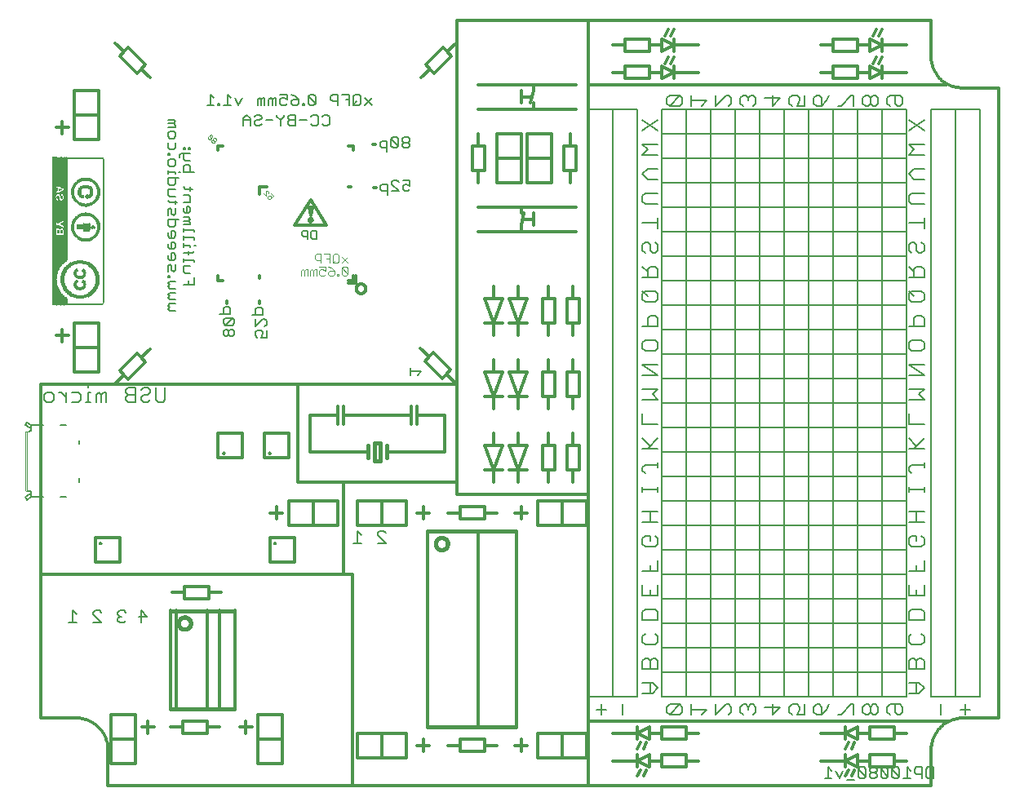
<source format=gbo>
G75*
G70*
%OFA0B0*%
%FSLAX24Y24*%
%IPPOS*%
%LPD*%
%AMOC8*
5,1,8,0,0,1.08239X$1,22.5*
%
%ADD10C,0.0060*%
%ADD11C,0.0120*%
%ADD12C,0.0160*%
%ADD13C,0.0080*%
%ADD14C,0.0050*%
%ADD15C,0.0070*%
%ADD16R,0.0015X0.6015*%
%ADD17R,0.0015X0.6045*%
%ADD18R,0.0015X0.4395*%
%ADD19R,0.0015X0.1620*%
%ADD20R,0.0015X0.2865*%
%ADD21R,0.0015X0.0210*%
%ADD22R,0.0015X0.0975*%
%ADD23R,0.0015X0.0075*%
%ADD24R,0.0015X0.0165*%
%ADD25R,0.0015X0.1170*%
%ADD26R,0.0015X0.0180*%
%ADD27R,0.0015X0.0945*%
%ADD28R,0.0015X0.0045*%
%ADD29R,0.0015X0.1035*%
%ADD30R,0.0015X0.1785*%
%ADD31R,0.0015X0.0930*%
%ADD32R,0.0015X0.0150*%
%ADD33R,0.0015X0.0885*%
%ADD34R,0.0015X0.1650*%
%ADD35R,0.0015X0.0060*%
%ADD36R,0.0015X0.0030*%
%ADD37R,0.0015X0.0135*%
%ADD38R,0.0015X0.1185*%
%ADD39R,0.0015X0.0810*%
%ADD40R,0.0015X0.1575*%
%ADD41R,0.0015X0.0120*%
%ADD42R,0.0015X0.0915*%
%ADD43R,0.0015X0.0765*%
%ADD44R,0.0015X0.1530*%
%ADD45R,0.0015X0.1200*%
%ADD46R,0.0015X0.0735*%
%ADD47R,0.0015X0.1485*%
%ADD48R,0.0015X0.0690*%
%ADD49R,0.0015X0.1455*%
%ADD50R,0.0015X0.1110*%
%ADD51R,0.0015X0.0660*%
%ADD52R,0.0015X0.1425*%
%ADD53R,0.0015X0.1080*%
%ADD54R,0.0015X0.1215*%
%ADD55R,0.0015X0.0630*%
%ADD56R,0.0015X0.1395*%
%ADD57R,0.0015X0.0090*%
%ADD58R,0.0015X0.1020*%
%ADD59R,0.0015X0.0600*%
%ADD60R,0.0015X0.1365*%
%ADD61R,0.0015X0.0960*%
%ADD62R,0.0015X0.0585*%
%ADD63R,0.0015X0.1335*%
%ADD64R,0.0015X0.1230*%
%ADD65R,0.0015X0.0555*%
%ADD66R,0.0015X0.1320*%
%ADD67R,0.0015X0.0540*%
%ADD68R,0.0015X0.1290*%
%ADD69R,0.0015X0.0885*%
%ADD70R,0.0015X0.0225*%
%ADD71R,0.0015X0.1245*%
%ADD72R,0.0015X0.0510*%
%ADD73R,0.0015X0.0300*%
%ADD74R,0.0015X0.1275*%
%ADD75R,0.0015X0.0105*%
%ADD76R,0.0015X0.0270*%
%ADD77R,0.0015X0.0015*%
%ADD78R,0.0015X0.0495*%
%ADD79R,0.0015X0.0435*%
%ADD80R,0.0015X0.1260*%
%ADD81R,0.0015X0.0855*%
%ADD82R,0.0015X0.0480*%
%ADD83R,0.0015X0.0525*%
%ADD84R,0.0015X0.0465*%
%ADD85R,0.0015X0.0600*%
%ADD86R,0.0015X0.0450*%
%ADD87R,0.0015X0.0675*%
%ADD88R,0.0015X0.0840*%
%ADD89R,0.0015X0.0420*%
%ADD90R,0.0015X0.0735*%
%ADD91R,0.0015X0.0405*%
%ADD92R,0.0015X0.0780*%
%ADD93R,0.0015X0.0825*%
%ADD94R,0.0015X0.1155*%
%ADD95R,0.0015X0.0195*%
%ADD96R,0.0015X0.0390*%
%ADD97R,0.0015X0.2670*%
%ADD98R,0.0015X0.0375*%
%ADD99R,0.0015X0.4320*%
%ADD100R,0.0015X0.0360*%
%ADD101R,0.0015X0.0330*%
%ADD102R,0.0015X0.4305*%
%ADD103R,0.0015X0.0345*%
%ADD104R,0.0015X0.4290*%
%ADD105R,0.0015X0.0330*%
%ADD106R,0.0015X0.4275*%
%ADD107R,0.0015X0.0255*%
%ADD108R,0.0015X0.4260*%
%ADD109R,0.0015X0.0315*%
%ADD110R,0.0015X0.0240*%
%ADD111R,0.0015X0.0300*%
%ADD112R,0.0015X0.4245*%
%ADD113R,0.0015X0.0285*%
%ADD114R,0.0015X0.4230*%
%ADD115R,0.0015X0.0270*%
%ADD116R,0.0015X0.4215*%
%ADD117R,0.0015X0.0060*%
%ADD118R,0.0015X0.0360*%
%ADD119R,0.0015X0.0450*%
%ADD120R,0.0015X0.0510*%
%ADD121R,0.0015X0.0570*%
%ADD122R,0.0015X0.0555*%
%ADD123R,0.0015X0.0615*%
%ADD124R,0.0015X0.0660*%
%ADD125R,0.0015X0.0345*%
%ADD126R,0.0015X0.0390*%
%ADD127R,0.0015X0.0315*%
%ADD128R,0.0015X0.0420*%
%ADD129R,0.0015X0.0465*%
%ADD130R,0.0015X0.0375*%
%ADD131R,0.0015X0.0285*%
%ADD132R,0.0015X0.0405*%
%ADD133R,0.0015X0.0870*%
%ADD134R,0.0015X0.0720*%
%ADD135R,0.0015X0.0645*%
%ADD136R,0.0015X0.0585*%
%ADD137R,0.0015X0.0495*%
%ADD138R,0.0015X0.0540*%
%ADD139R,0.0015X0.0480*%
%ADD140R,0.0015X0.6015*%
%ADD141R,0.0015X0.5985*%
%ADD142R,0.0015X0.5955*%
%ADD143R,0.0015X0.5895*%
%ADD144C,0.0040*%
%ADD145C,0.0030*%
D10*
X005898Y010197D02*
X006231Y010197D01*
X006064Y010197D02*
X006064Y010697D01*
X006231Y010530D01*
X006898Y010530D02*
X006898Y010614D01*
X006981Y010697D01*
X007148Y010697D01*
X007231Y010614D01*
X006898Y010530D02*
X007231Y010197D01*
X006898Y010197D01*
X007898Y010280D02*
X007981Y010197D01*
X008148Y010197D01*
X008231Y010280D01*
X008064Y010447D02*
X007981Y010447D01*
X007898Y010363D01*
X007898Y010280D01*
X007981Y010447D02*
X007898Y010530D01*
X007898Y010614D01*
X007981Y010697D01*
X008148Y010697D01*
X008231Y010614D01*
X008773Y010447D02*
X009106Y010447D01*
X008856Y010697D01*
X008856Y010197D01*
X007170Y013435D02*
X007172Y013447D01*
X007177Y013458D01*
X007186Y013467D01*
X007197Y013472D01*
X007209Y013474D01*
X007221Y013472D01*
X007232Y013467D01*
X007241Y013458D01*
X007246Y013447D01*
X007248Y013435D01*
X007246Y013423D01*
X007241Y013412D01*
X007232Y013403D01*
X007221Y013398D01*
X007209Y013396D01*
X007197Y013398D01*
X007186Y013403D01*
X007177Y013412D01*
X007172Y013423D01*
X007170Y013435D01*
X005798Y015315D02*
X005561Y015315D01*
X004853Y015315D02*
X004361Y015315D01*
X004183Y015213D01*
X004124Y015315D01*
X004306Y015420D01*
X004361Y015433D02*
X004361Y015315D01*
X004361Y015433D02*
X004342Y015432D01*
X004324Y015427D01*
X004306Y015420D01*
X004361Y015433D02*
X004361Y015492D01*
X004359Y015507D01*
X004355Y015522D01*
X004348Y015536D01*
X004338Y015548D01*
X004326Y015558D01*
X004312Y015565D01*
X004297Y015569D01*
X004282Y015571D01*
X004266Y015571D01*
X006329Y015945D02*
X006329Y016103D01*
X006329Y017481D02*
X006329Y017638D01*
X005798Y018268D02*
X005561Y018268D01*
X004853Y018268D02*
X004361Y018268D01*
X004302Y018166D02*
X004321Y018157D01*
X004341Y018152D01*
X004361Y018150D01*
X004361Y018091D01*
X004361Y018150D02*
X004361Y018268D01*
X004183Y018370D01*
X004124Y018268D01*
X004302Y018166D01*
X004361Y018091D02*
X004359Y018076D01*
X004355Y018061D01*
X004348Y018047D01*
X004338Y018035D01*
X004326Y018025D01*
X004312Y018018D01*
X004297Y018014D01*
X004282Y018012D01*
X004266Y018012D01*
X009965Y022995D02*
X010039Y023068D01*
X009965Y023141D01*
X010039Y023215D01*
X010259Y023215D01*
X010259Y023382D02*
X010039Y023382D01*
X009965Y023455D01*
X010039Y023528D01*
X009965Y023602D01*
X010039Y023675D01*
X010259Y023675D01*
X010259Y023842D02*
X010039Y023842D01*
X009965Y023915D01*
X010039Y023989D01*
X009965Y024062D01*
X010039Y024135D01*
X010259Y024135D01*
X010039Y024302D02*
X010039Y024376D01*
X009965Y024376D01*
X009965Y024302D01*
X010039Y024302D01*
X009965Y024532D02*
X009965Y024753D01*
X010039Y024826D01*
X010112Y024753D01*
X010112Y024606D01*
X010185Y024532D01*
X010259Y024606D01*
X010259Y024826D01*
X010185Y024993D02*
X010259Y025066D01*
X010259Y025213D01*
X010185Y025286D01*
X010112Y025286D01*
X010112Y024993D01*
X010039Y024993D02*
X010185Y024993D01*
X010039Y024993D02*
X009965Y025066D01*
X009965Y025213D01*
X010039Y025453D02*
X010185Y025453D01*
X010259Y025526D01*
X010259Y025673D01*
X010185Y025747D01*
X010112Y025747D01*
X010112Y025453D01*
X010039Y025453D02*
X009965Y025526D01*
X009965Y025673D01*
X010039Y025913D02*
X010185Y025913D01*
X010259Y025987D01*
X010259Y026134D01*
X010185Y026207D01*
X010112Y026207D01*
X010112Y025913D01*
X010039Y025913D02*
X009965Y025987D01*
X009965Y026134D01*
X010039Y026374D02*
X010185Y026374D01*
X010259Y026447D01*
X010259Y026667D01*
X010406Y026667D02*
X009965Y026667D01*
X009965Y026447D01*
X010039Y026374D01*
X009965Y026834D02*
X009965Y027054D01*
X010039Y027128D01*
X010112Y027054D01*
X010112Y026908D01*
X010185Y026834D01*
X010259Y026908D01*
X010259Y027128D01*
X010259Y027295D02*
X010259Y027441D01*
X010332Y027368D02*
X010039Y027368D01*
X009965Y027441D01*
X010039Y027601D02*
X009965Y027675D01*
X009965Y027895D01*
X010259Y027895D01*
X010185Y028062D02*
X010259Y028135D01*
X010259Y028355D01*
X010406Y028355D02*
X009965Y028355D01*
X009965Y028135D01*
X010039Y028062D01*
X010185Y028062D01*
X010581Y027986D02*
X010654Y027913D01*
X010948Y027913D01*
X010875Y027839D02*
X010875Y027986D01*
X010801Y027673D02*
X010581Y027673D01*
X010801Y027673D02*
X010875Y027599D01*
X010875Y027379D01*
X010581Y027379D01*
X010728Y027212D02*
X010728Y026919D01*
X010801Y026919D02*
X010875Y026992D01*
X010875Y027139D01*
X010801Y027212D01*
X010728Y027212D01*
X010581Y027139D02*
X010581Y026992D01*
X010654Y026919D01*
X010801Y026919D01*
X010801Y026752D02*
X010581Y026752D01*
X010581Y026605D02*
X010801Y026605D01*
X010875Y026678D01*
X010801Y026752D01*
X010801Y026605D02*
X010875Y026532D01*
X010875Y026458D01*
X010581Y026458D01*
X010581Y026298D02*
X010581Y026151D01*
X010581Y026225D02*
X011021Y026225D01*
X011021Y026151D01*
X011021Y025918D02*
X010581Y025918D01*
X010581Y025845D02*
X010581Y025991D01*
X010581Y025684D02*
X010581Y025538D01*
X010581Y025611D02*
X010875Y025611D01*
X010875Y025538D01*
X011021Y025611D02*
X011095Y025611D01*
X011021Y025378D02*
X010948Y025304D01*
X010581Y025304D01*
X010801Y025231D02*
X010801Y025378D01*
X010581Y025071D02*
X010581Y024924D01*
X010581Y024997D02*
X011021Y024997D01*
X011021Y024924D01*
X010875Y024757D02*
X010581Y024757D01*
X010581Y024537D01*
X010654Y024464D01*
X010875Y024464D01*
X011021Y024297D02*
X011021Y024003D01*
X010581Y024003D01*
X010801Y024003D02*
X010801Y024150D01*
X010259Y022921D02*
X010039Y022921D01*
X009965Y022995D01*
X012071Y022802D02*
X012511Y022802D01*
X012511Y023022D01*
X012438Y023096D01*
X012291Y023096D01*
X012218Y023022D01*
X012218Y022802D01*
X012291Y022635D02*
X012218Y022562D01*
X012218Y022415D01*
X012291Y022342D01*
X012585Y022635D01*
X012291Y022635D01*
X012291Y022342D02*
X012585Y022342D01*
X012658Y022415D01*
X012658Y022562D01*
X012585Y022635D01*
X012585Y022175D02*
X012511Y022175D01*
X012438Y022102D01*
X012438Y021955D01*
X012511Y021882D01*
X012585Y021882D01*
X012658Y021955D01*
X012658Y022102D01*
X012585Y022175D01*
X012438Y022102D02*
X012365Y022175D01*
X012291Y022175D01*
X012218Y022102D01*
X012218Y021955D01*
X012291Y021882D01*
X012365Y021882D01*
X012438Y021955D01*
X013541Y021917D02*
X013614Y021844D01*
X013541Y021917D02*
X013541Y022064D01*
X013614Y022138D01*
X013761Y022138D01*
X013835Y022064D01*
X013835Y021991D01*
X013761Y021844D01*
X013981Y021844D01*
X013981Y022138D01*
X013908Y022304D02*
X013981Y022378D01*
X013981Y022524D01*
X013908Y022598D01*
X013835Y022598D01*
X013541Y022304D01*
X013541Y022598D01*
X013541Y022765D02*
X013541Y022985D01*
X013614Y023058D01*
X013761Y023058D01*
X013835Y022985D01*
X013835Y022765D01*
X013394Y022765D01*
X011021Y025845D02*
X011021Y025918D01*
X010259Y027601D02*
X010039Y027601D01*
X009965Y028522D02*
X009965Y028669D01*
X009965Y028596D02*
X010259Y028596D01*
X010259Y028522D01*
X010406Y028596D02*
X010479Y028596D01*
X010581Y028607D02*
X010581Y028827D01*
X010654Y028900D01*
X010801Y028900D01*
X010875Y028827D01*
X010875Y028607D01*
X011021Y028607D02*
X010581Y028607D01*
X010259Y028902D02*
X010185Y028829D01*
X010039Y028829D01*
X009965Y028902D01*
X009965Y029049D01*
X010039Y029123D01*
X010185Y029123D01*
X010259Y029049D01*
X010259Y028902D01*
X010434Y029214D02*
X010434Y029287D01*
X010508Y029361D01*
X010875Y029361D01*
X010875Y029527D02*
X010801Y029527D01*
X010801Y029601D01*
X010875Y029601D01*
X010875Y029527D01*
X010654Y029527D02*
X010581Y029527D01*
X010581Y029601D01*
X010654Y029601D01*
X010654Y029527D01*
X010581Y029361D02*
X010581Y029140D01*
X010654Y029067D01*
X010875Y029067D01*
X010259Y029593D02*
X010185Y029520D01*
X010039Y029520D01*
X009965Y029593D01*
X009965Y029813D01*
X010039Y029980D02*
X009965Y030053D01*
X009965Y030200D01*
X010039Y030273D01*
X010185Y030273D01*
X010259Y030200D01*
X010259Y030053D01*
X010185Y029980D01*
X010039Y029980D01*
X010259Y029813D02*
X010259Y029593D01*
X010039Y029363D02*
X009965Y029363D01*
X009965Y029289D01*
X010039Y029289D01*
X010039Y029363D01*
X009965Y030440D02*
X010259Y030440D01*
X010259Y030514D01*
X010185Y030587D01*
X010259Y030660D01*
X010185Y030734D01*
X009965Y030734D01*
X009965Y030587D02*
X010185Y030587D01*
X011548Y031336D02*
X011842Y031336D01*
X011695Y031336D02*
X011695Y031777D01*
X011842Y031630D01*
X011999Y031410D02*
X011999Y031336D01*
X012072Y031336D01*
X012072Y031410D01*
X011999Y031410D01*
X012239Y031336D02*
X012533Y031336D01*
X012386Y031336D02*
X012386Y031777D01*
X012533Y031630D01*
X012699Y031630D02*
X012846Y031336D01*
X012993Y031630D01*
X013620Y031556D02*
X013620Y031336D01*
X013767Y031336D02*
X013767Y031556D01*
X013693Y031630D01*
X013620Y031556D01*
X013767Y031556D02*
X013840Y031630D01*
X013914Y031630D01*
X013914Y031336D01*
X014080Y031336D02*
X014080Y031556D01*
X014154Y031630D01*
X014227Y031556D01*
X014227Y031336D01*
X014374Y031336D02*
X014374Y031630D01*
X014301Y031630D01*
X014227Y031556D01*
X014541Y031556D02*
X014541Y031410D01*
X014614Y031336D01*
X014761Y031336D01*
X014834Y031410D01*
X014834Y031556D02*
X014688Y031630D01*
X014614Y031630D01*
X014541Y031556D01*
X014541Y031777D02*
X014834Y031777D01*
X014834Y031556D01*
X015001Y031483D02*
X015075Y031556D01*
X015295Y031556D01*
X015295Y031410D01*
X015221Y031336D01*
X015075Y031336D01*
X015001Y031410D01*
X015001Y031483D01*
X015148Y031703D02*
X015295Y031556D01*
X015148Y031703D02*
X015001Y031777D01*
X015451Y031410D02*
X015451Y031336D01*
X015525Y031336D01*
X015525Y031410D01*
X015451Y031410D01*
X015692Y031410D02*
X015765Y031336D01*
X015912Y031336D01*
X015985Y031410D01*
X015692Y031703D01*
X015692Y031410D01*
X015692Y031703D02*
X015765Y031777D01*
X015912Y031777D01*
X015985Y031703D01*
X015985Y031410D01*
X016015Y030943D02*
X016088Y030869D01*
X016088Y030576D01*
X016015Y030502D01*
X015868Y030502D01*
X015795Y030576D01*
X015628Y030722D02*
X015334Y030722D01*
X015167Y030722D02*
X014947Y030722D01*
X014874Y030649D01*
X014874Y030576D01*
X014947Y030502D01*
X015167Y030502D01*
X015167Y030943D01*
X014947Y030943D01*
X014874Y030869D01*
X014874Y030796D01*
X014947Y030722D01*
X014707Y030869D02*
X014560Y030722D01*
X014560Y030502D01*
X014560Y030722D02*
X014413Y030869D01*
X014413Y030943D01*
X014247Y030722D02*
X013953Y030722D01*
X013786Y030796D02*
X013713Y030722D01*
X013566Y030722D01*
X013493Y030649D01*
X013493Y030576D01*
X013566Y030502D01*
X013713Y030502D01*
X013786Y030576D01*
X013786Y030796D02*
X013786Y030869D01*
X013713Y030943D01*
X013566Y030943D01*
X013493Y030869D01*
X013326Y030796D02*
X013326Y030502D01*
X013326Y030722D02*
X013032Y030722D01*
X013032Y030796D02*
X013032Y030502D01*
X013032Y030796D02*
X013179Y030943D01*
X013326Y030796D01*
X014707Y030869D02*
X014707Y030943D01*
X015795Y030869D02*
X015868Y030943D01*
X016015Y030943D01*
X016255Y030869D02*
X016328Y030943D01*
X016475Y030943D01*
X016548Y030869D01*
X016548Y030576D01*
X016475Y030502D01*
X016328Y030502D01*
X016255Y030576D01*
X016906Y031336D02*
X016906Y031777D01*
X016686Y031777D01*
X016612Y031703D01*
X016612Y031556D01*
X016686Y031483D01*
X016906Y031483D01*
X017219Y031556D02*
X017366Y031556D01*
X017366Y031336D02*
X017366Y031777D01*
X017073Y031777D01*
X017533Y031703D02*
X017533Y031410D01*
X017606Y031336D01*
X017753Y031336D01*
X017827Y031410D01*
X017827Y031703D01*
X017753Y031777D01*
X017606Y031777D01*
X017533Y031703D01*
X017680Y031483D02*
X017533Y031336D01*
X017993Y031336D02*
X018287Y031630D01*
X018287Y031336D02*
X017993Y031630D01*
X019151Y030024D02*
X019077Y029951D01*
X019371Y029657D01*
X019297Y029584D01*
X019151Y029584D01*
X019077Y029657D01*
X019077Y029951D01*
X019151Y030024D02*
X019297Y030024D01*
X019371Y029951D01*
X019371Y029657D01*
X019538Y029657D02*
X019611Y029584D01*
X019758Y029584D01*
X019831Y029657D01*
X019831Y029730D01*
X019758Y029804D01*
X019611Y029804D01*
X019538Y029730D01*
X019538Y029657D01*
X019611Y029804D02*
X019538Y029877D01*
X019538Y029951D01*
X019611Y030024D01*
X019758Y030024D01*
X019831Y029951D01*
X019831Y029877D01*
X019758Y029804D01*
X018910Y029877D02*
X018910Y029437D01*
X018910Y029584D02*
X018690Y029584D01*
X018617Y029657D01*
X018617Y029804D01*
X018690Y029877D01*
X018910Y029877D01*
X019161Y028260D02*
X019308Y028260D01*
X019382Y028186D01*
X019548Y028260D02*
X019842Y028260D01*
X019842Y028039D01*
X019695Y028113D01*
X019622Y028113D01*
X019548Y028039D01*
X019548Y027893D01*
X019622Y027819D01*
X019769Y027819D01*
X019842Y027893D01*
X019382Y027819D02*
X019088Y028113D01*
X019088Y028186D01*
X019161Y028260D01*
X018921Y028113D02*
X018701Y028113D01*
X018628Y028039D01*
X018628Y027893D01*
X018701Y027819D01*
X018921Y027819D01*
X018921Y027672D02*
X018921Y028113D01*
X019088Y027819D02*
X019382Y027819D01*
X019871Y020597D02*
X019871Y020303D01*
X019871Y020450D02*
X020311Y020450D01*
X020165Y020303D01*
X014079Y017115D02*
X014081Y017127D01*
X014086Y017138D01*
X014095Y017147D01*
X014106Y017152D01*
X014118Y017154D01*
X014130Y017152D01*
X014141Y017147D01*
X014150Y017138D01*
X014155Y017127D01*
X014157Y017115D01*
X014155Y017103D01*
X014150Y017092D01*
X014141Y017083D01*
X014130Y017078D01*
X014118Y017076D01*
X014106Y017078D01*
X014095Y017083D01*
X014086Y017092D01*
X014081Y017103D01*
X014079Y017115D01*
X012204Y017115D02*
X012206Y017127D01*
X012211Y017138D01*
X012220Y017147D01*
X012231Y017152D01*
X012243Y017154D01*
X012255Y017152D01*
X012266Y017147D01*
X012275Y017138D01*
X012280Y017127D01*
X012282Y017115D01*
X012280Y017103D01*
X012275Y017092D01*
X012266Y017083D01*
X012255Y017078D01*
X012243Y017076D01*
X012231Y017078D01*
X012220Y017083D01*
X012211Y017092D01*
X012206Y017103D01*
X012204Y017115D01*
X014295Y013435D02*
X014297Y013447D01*
X014302Y013458D01*
X014311Y013467D01*
X014322Y013472D01*
X014334Y013474D01*
X014346Y013472D01*
X014357Y013467D01*
X014366Y013458D01*
X014371Y013447D01*
X014373Y013435D01*
X014371Y013423D01*
X014366Y013412D01*
X014357Y013403D01*
X014346Y013398D01*
X014334Y013396D01*
X014322Y013398D01*
X014311Y013403D01*
X014302Y013412D01*
X014297Y013423D01*
X014295Y013435D01*
X017523Y013447D02*
X017856Y013447D01*
X017689Y013447D02*
X017689Y013947D01*
X017856Y013780D01*
X018523Y013780D02*
X018523Y013864D01*
X018606Y013947D01*
X018773Y013947D01*
X018856Y013864D01*
X018523Y013780D02*
X018856Y013447D01*
X018523Y013447D01*
X036784Y003840D02*
X037077Y003840D01*
X036930Y003840D02*
X036930Y004281D01*
X037077Y004134D01*
X037244Y004134D02*
X037391Y003840D01*
X037538Y004134D01*
X037704Y003767D02*
X037998Y003767D01*
X038165Y003914D02*
X038165Y004207D01*
X038458Y003914D01*
X038385Y003840D01*
X038238Y003840D01*
X038165Y003914D01*
X038458Y003914D02*
X038458Y004207D01*
X038385Y004281D01*
X038238Y004281D01*
X038165Y004207D01*
X038625Y004207D02*
X038625Y004134D01*
X038698Y004061D01*
X038845Y004061D01*
X038919Y004134D01*
X038919Y004207D01*
X038845Y004281D01*
X038698Y004281D01*
X038625Y004207D01*
X038698Y004061D02*
X038625Y003987D01*
X038625Y003914D01*
X038698Y003840D01*
X038845Y003840D01*
X038919Y003914D01*
X038919Y003987D01*
X038845Y004061D01*
X039085Y004207D02*
X039085Y003914D01*
X039159Y003840D01*
X039306Y003840D01*
X039379Y003914D01*
X039085Y004207D01*
X039159Y004281D01*
X039306Y004281D01*
X039379Y004207D01*
X039379Y003914D01*
X039546Y003914D02*
X039619Y003840D01*
X039766Y003840D01*
X039839Y003914D01*
X039546Y004207D01*
X039546Y003914D01*
X039839Y003914D02*
X039839Y004207D01*
X039766Y004281D01*
X039619Y004281D01*
X039546Y004207D01*
X040006Y003840D02*
X040300Y003840D01*
X040153Y003840D02*
X040153Y004281D01*
X040300Y004134D01*
X040466Y004207D02*
X040466Y004061D01*
X040540Y003987D01*
X040760Y003987D01*
X040760Y003840D02*
X040760Y004281D01*
X040540Y004281D01*
X040466Y004207D01*
X040927Y004207D02*
X041000Y004281D01*
X041220Y004281D01*
X041220Y003840D01*
X041000Y003840D01*
X040927Y003914D01*
X040927Y004207D01*
D11*
X017511Y003542D02*
X007511Y003542D01*
X007511Y005042D01*
X007636Y005417D02*
X007636Y006417D01*
X008636Y006417D01*
X008636Y005417D01*
X007636Y005417D01*
X007636Y004417D01*
X008636Y004417D01*
X008636Y005417D01*
X008886Y005917D02*
X009386Y005917D01*
X009136Y005667D02*
X009136Y006167D01*
X010063Y005917D02*
X010563Y005917D01*
X010563Y006167D01*
X011563Y006167D01*
X011563Y005917D01*
X012063Y005917D01*
X011563Y005917D02*
X011563Y005667D01*
X010563Y005667D01*
X010563Y005917D01*
X010313Y006622D02*
X010313Y007622D01*
X010313Y007646D02*
X010313Y008646D01*
X010313Y008670D02*
X010313Y009670D01*
X010313Y009693D02*
X010313Y010693D01*
X010063Y010693D02*
X010063Y009693D01*
X010063Y009670D02*
X010063Y008670D01*
X010063Y008646D02*
X010063Y007646D01*
X010063Y007622D02*
X010063Y006622D01*
X011563Y006622D02*
X011563Y007622D01*
X011563Y007646D02*
X011563Y008646D01*
X011563Y008670D02*
X011563Y009670D01*
X011563Y009693D02*
X011563Y010693D01*
X011636Y011167D02*
X010636Y011167D01*
X010636Y011417D01*
X010136Y011417D01*
X010636Y011417D02*
X010636Y011667D01*
X011636Y011667D01*
X011636Y011417D01*
X012136Y011417D01*
X011636Y011417D02*
X011636Y011167D01*
X012063Y010693D02*
X012063Y009693D01*
X012063Y009670D02*
X012063Y008670D01*
X012063Y008646D02*
X012063Y007646D01*
X012063Y007622D02*
X012063Y006622D01*
X012688Y006622D02*
X012688Y007622D01*
X012688Y007646D02*
X012688Y008646D01*
X012688Y008670D02*
X012688Y009670D01*
X012688Y009693D02*
X012688Y010693D01*
X014136Y012667D02*
X014136Y013667D01*
X015136Y013667D01*
X015136Y012667D01*
X014136Y012667D01*
X014886Y014167D02*
X014886Y015167D01*
X015886Y015167D01*
X015886Y014167D01*
X014886Y014167D01*
X014386Y014417D02*
X014386Y014917D01*
X014636Y014667D02*
X014136Y014667D01*
X015261Y015917D02*
X015261Y019917D01*
X021761Y019917D01*
X021761Y034792D01*
X027136Y034792D01*
X041136Y034792D01*
X041136Y033292D01*
X040136Y033792D02*
X039136Y033792D01*
X038636Y034042D01*
X038636Y033792D01*
X038136Y033792D01*
X038136Y033542D01*
X037136Y033542D01*
X037136Y033792D01*
X036636Y033792D01*
X037136Y033792D02*
X037136Y034042D01*
X038136Y034042D01*
X038136Y033792D01*
X038636Y033792D02*
X038636Y033542D01*
X039136Y033792D01*
X039136Y033542D01*
X039136Y033792D02*
X039136Y034042D01*
X039011Y034167D02*
X039136Y034417D01*
X038886Y034417D02*
X038761Y034167D01*
X038886Y033292D02*
X038761Y033042D01*
X038636Y032917D02*
X039136Y032667D01*
X038636Y032417D01*
X038636Y032667D01*
X038136Y032667D01*
X038136Y032417D01*
X037136Y032417D01*
X037136Y032667D01*
X036636Y032667D01*
X037136Y032667D02*
X037136Y032917D01*
X038136Y032917D01*
X038136Y032667D01*
X038636Y032667D02*
X038636Y032917D01*
X039011Y033042D02*
X039136Y033292D01*
X039136Y032917D02*
X039136Y032667D01*
X039136Y032417D01*
X039136Y032667D02*
X040136Y032667D01*
X041761Y032167D02*
X027136Y032167D01*
X027136Y015417D01*
X021761Y015417D01*
X021761Y015917D01*
X017136Y015917D01*
X017136Y012167D01*
X004761Y012167D01*
X007011Y012667D02*
X007011Y013667D01*
X008011Y013667D01*
X008011Y012667D01*
X007011Y012667D01*
X012011Y016917D02*
X012011Y017917D01*
X013011Y017917D01*
X013011Y016917D01*
X012011Y016917D01*
X013886Y016917D02*
X013886Y017917D01*
X014886Y017917D01*
X014886Y016917D01*
X013886Y016917D01*
X015261Y015917D02*
X017136Y015917D01*
X016886Y015167D02*
X015886Y015167D01*
X016886Y015167D02*
X016886Y014167D01*
X015886Y014167D01*
X017705Y014167D02*
X017705Y015167D01*
X018705Y015167D01*
X018705Y014167D01*
X017705Y014167D01*
X018705Y014167D02*
X019705Y014167D01*
X019705Y015167D01*
X018705Y015167D01*
X020136Y014667D02*
X020636Y014667D01*
X020386Y014417D02*
X020386Y014917D01*
X020575Y013940D02*
X020575Y012893D01*
X020575Y012940D02*
X020575Y011893D01*
X020575Y011940D02*
X020575Y010893D01*
X020575Y010940D02*
X020575Y009893D01*
X020575Y009940D02*
X020575Y008893D01*
X020575Y008940D02*
X020575Y007893D01*
X020575Y007940D02*
X020575Y006893D01*
X020575Y006940D02*
X020575Y005893D01*
X020386Y005417D02*
X020386Y004917D01*
X020136Y005167D02*
X020636Y005167D01*
X021386Y005167D02*
X021886Y005167D01*
X021886Y005417D01*
X022886Y005417D01*
X022886Y005167D01*
X023386Y005167D01*
X022886Y005167D02*
X022886Y004917D01*
X021886Y004917D01*
X021886Y005167D01*
X022636Y005917D02*
X022636Y006917D01*
X022636Y007917D01*
X022636Y008917D01*
X022636Y009917D01*
X022636Y010917D01*
X022636Y011917D01*
X022636Y012917D01*
X022636Y013917D01*
X022886Y014417D02*
X021886Y014417D01*
X021886Y014667D01*
X021386Y014667D01*
X021886Y014667D02*
X021886Y014917D01*
X022886Y014917D01*
X022886Y014667D01*
X023386Y014667D01*
X022886Y014667D02*
X022886Y014417D01*
X024136Y014667D02*
X024636Y014667D01*
X024386Y014417D02*
X024386Y014917D01*
X025067Y015167D02*
X026067Y015167D01*
X026067Y014167D01*
X025067Y014167D01*
X025067Y015167D01*
X025511Y015917D02*
X025511Y016417D01*
X025261Y016417D01*
X025261Y017417D01*
X025511Y017417D01*
X025511Y017917D01*
X025511Y017417D02*
X025761Y017417D01*
X025761Y016417D01*
X025511Y016417D01*
X026261Y016417D02*
X026261Y017417D01*
X026511Y017417D01*
X026511Y017917D01*
X026511Y017417D02*
X026761Y017417D01*
X026761Y016417D01*
X026511Y016417D01*
X026511Y015917D01*
X026511Y016417D02*
X026261Y016417D01*
X027136Y015417D02*
X027136Y006167D01*
X027136Y003542D01*
X041136Y003542D01*
X041136Y005042D01*
X040136Y004542D02*
X039636Y004542D01*
X039636Y004292D01*
X038636Y004292D01*
X038636Y004542D01*
X038136Y004542D01*
X038136Y004292D01*
X037636Y004542D01*
X038136Y004792D01*
X038136Y004542D01*
X038011Y004167D02*
X037886Y003917D01*
X037636Y003917D02*
X037761Y004167D01*
X037636Y004292D02*
X037636Y004542D01*
X037636Y004792D01*
X037636Y005042D02*
X037761Y005292D01*
X037636Y005417D02*
X037636Y005667D01*
X038136Y005417D01*
X038136Y005667D01*
X038636Y005667D01*
X038636Y005917D01*
X039636Y005917D01*
X039636Y005667D01*
X040136Y005667D01*
X039636Y005667D02*
X039636Y005417D01*
X038636Y005417D01*
X038636Y005667D01*
X038136Y005667D02*
X038136Y005917D01*
X037636Y005667D01*
X037636Y005917D01*
X037636Y005667D02*
X036636Y005667D01*
X037886Y005042D02*
X038011Y005292D01*
X038636Y004792D02*
X038636Y004542D01*
X038636Y004792D02*
X039636Y004792D01*
X039636Y004542D01*
X037636Y004542D02*
X036636Y004542D01*
X031636Y004542D02*
X031136Y004542D01*
X031136Y004292D01*
X030136Y004292D01*
X030136Y004542D01*
X029636Y004542D01*
X029636Y004292D01*
X029136Y004542D01*
X029636Y004792D01*
X029636Y004542D01*
X029511Y004167D02*
X029386Y003917D01*
X029136Y003917D02*
X029261Y004167D01*
X029136Y004292D02*
X029136Y004542D01*
X029136Y004792D01*
X029136Y005042D02*
X029261Y005292D01*
X029136Y005417D02*
X029136Y005667D01*
X029636Y005417D01*
X029636Y005667D01*
X030136Y005667D01*
X030136Y005917D01*
X031136Y005917D01*
X031136Y005667D01*
X031636Y005667D01*
X031136Y005667D02*
X031136Y005417D01*
X030136Y005417D01*
X030136Y005667D01*
X029636Y005667D02*
X029636Y005917D01*
X029136Y005667D01*
X029136Y005917D01*
X029136Y005667D02*
X028136Y005667D01*
X027067Y005667D02*
X026067Y005667D01*
X026067Y004667D01*
X025067Y004667D01*
X025067Y005667D01*
X026067Y005667D01*
X027067Y005667D02*
X027067Y004667D01*
X026067Y004667D01*
X024636Y005167D02*
X024136Y005167D01*
X024386Y004917D02*
X024386Y005417D01*
X024197Y005893D02*
X024197Y006940D01*
X024197Y006893D02*
X024197Y007940D01*
X024197Y007893D02*
X024197Y008940D01*
X024197Y008893D02*
X024197Y009940D01*
X024197Y009893D02*
X024197Y010940D01*
X024197Y010893D02*
X024197Y011940D01*
X024197Y011893D02*
X024197Y012940D01*
X024197Y012893D02*
X024197Y013940D01*
X026067Y014167D02*
X027067Y014167D01*
X027067Y015167D01*
X026067Y015167D01*
X024636Y016417D02*
X024261Y016417D01*
X023886Y017417D01*
X024261Y017417D01*
X024261Y017917D01*
X024261Y017417D02*
X024636Y017417D01*
X024261Y016417D01*
X023886Y016417D01*
X023636Y016417D02*
X023261Y016417D01*
X022886Y017417D01*
X023261Y017417D01*
X023261Y017917D01*
X023261Y017417D02*
X023636Y017417D01*
X023261Y016417D01*
X022886Y016417D01*
X023261Y016417D02*
X023261Y015917D01*
X024261Y015917D02*
X024261Y016417D01*
X021761Y015917D02*
X021761Y019917D01*
X021688Y019990D02*
X021334Y020343D01*
X021158Y020167D01*
X020451Y020874D01*
X020627Y021051D01*
X020274Y021404D01*
X020627Y021051D02*
X020804Y021227D01*
X021511Y020520D01*
X021334Y020343D01*
X022886Y020417D02*
X023261Y019417D01*
X023636Y020417D01*
X023261Y020417D01*
X023261Y020917D01*
X023261Y020417D02*
X022886Y020417D01*
X023886Y020417D02*
X024261Y020417D01*
X024261Y020917D01*
X024261Y020417D02*
X024636Y020417D01*
X024261Y019417D01*
X023886Y020417D01*
X023886Y019417D02*
X024261Y019417D01*
X024636Y019417D01*
X024261Y019417D02*
X024261Y018917D01*
X023636Y019417D02*
X023261Y019417D01*
X022886Y019417D01*
X023261Y019417D02*
X023261Y018917D01*
X021261Y018667D02*
X020136Y018667D01*
X020136Y018292D01*
X019886Y018292D02*
X019886Y018667D01*
X017136Y018667D01*
X017136Y018292D01*
X016886Y018292D02*
X016886Y018667D01*
X015761Y018667D01*
X015761Y017167D01*
X018136Y017167D01*
X018886Y017167D02*
X021261Y017167D01*
X021261Y018667D01*
X020136Y018667D02*
X020136Y019042D01*
X019886Y019042D02*
X019886Y018667D01*
X017136Y018667D02*
X017136Y019042D01*
X016886Y019042D02*
X016886Y018667D01*
X015261Y019917D02*
X004761Y019917D01*
X004761Y006292D01*
X006136Y006292D01*
X006137Y006292D02*
X006208Y006293D01*
X006279Y006291D01*
X006350Y006284D01*
X006420Y006274D01*
X006490Y006260D01*
X006559Y006243D01*
X006627Y006221D01*
X006693Y006196D01*
X006759Y006168D01*
X006822Y006136D01*
X006884Y006100D01*
X006944Y006062D01*
X007001Y006020D01*
X007056Y005975D01*
X007109Y005927D01*
X007159Y005876D01*
X007206Y005823D01*
X007250Y005767D01*
X007291Y005709D01*
X007329Y005649D01*
X007364Y005587D01*
X007395Y005523D01*
X007423Y005457D01*
X007447Y005390D01*
X007467Y005322D01*
X007484Y005253D01*
X007497Y005183D01*
X007506Y005112D01*
X007512Y005042D01*
X012886Y005917D02*
X013386Y005917D01*
X013136Y005667D02*
X013136Y006167D01*
X013636Y006417D02*
X013636Y005417D01*
X014636Y005417D01*
X014636Y004417D01*
X013636Y004417D01*
X013636Y005417D01*
X014636Y005417D02*
X014636Y006417D01*
X013636Y006417D01*
X017705Y005667D02*
X017705Y004667D01*
X018705Y004667D01*
X018705Y005667D01*
X019705Y005667D01*
X019705Y004667D01*
X018705Y004667D01*
X018705Y005667D02*
X017705Y005667D01*
X017511Y003542D02*
X017511Y012167D01*
X017136Y012167D01*
X027136Y006167D02*
X041886Y006167D01*
X042511Y006292D02*
X043886Y006292D01*
X043886Y032042D01*
X042386Y032042D01*
X042318Y032044D01*
X042251Y032049D01*
X042184Y032058D01*
X042117Y032071D01*
X042052Y032088D01*
X041987Y032107D01*
X041923Y032131D01*
X041861Y032158D01*
X041800Y032188D01*
X041742Y032221D01*
X041685Y032257D01*
X041630Y032297D01*
X041577Y032339D01*
X041526Y032385D01*
X041479Y032432D01*
X041433Y032483D01*
X041391Y032536D01*
X041351Y032591D01*
X041315Y032648D01*
X041282Y032706D01*
X041252Y032767D01*
X041225Y032829D01*
X041201Y032893D01*
X041182Y032958D01*
X041165Y033023D01*
X041152Y033090D01*
X041143Y033157D01*
X041138Y033224D01*
X041136Y033292D01*
X031636Y033792D02*
X030636Y033792D01*
X030136Y034042D01*
X030136Y033792D01*
X029636Y033792D01*
X029636Y033542D01*
X028636Y033542D01*
X028636Y033792D01*
X028136Y033792D01*
X028636Y033792D02*
X028636Y034042D01*
X029636Y034042D01*
X029636Y033792D01*
X030136Y033792D02*
X030136Y033542D01*
X030636Y033792D01*
X030636Y033542D01*
X030636Y033792D02*
X030636Y034042D01*
X030511Y034167D02*
X030636Y034417D01*
X030386Y034417D02*
X030261Y034167D01*
X030386Y033292D02*
X030261Y033042D01*
X030136Y032917D02*
X030636Y032667D01*
X030136Y032417D01*
X030136Y032667D01*
X029636Y032667D01*
X029636Y032417D01*
X028636Y032417D01*
X028636Y032667D01*
X028136Y032667D01*
X028636Y032667D02*
X028636Y032917D01*
X029636Y032917D01*
X029636Y032667D01*
X030136Y032667D02*
X030136Y032917D01*
X030511Y033042D02*
X030636Y033292D01*
X030636Y032917D02*
X030636Y032667D01*
X030636Y032417D01*
X030636Y032667D02*
X031636Y032667D01*
X027136Y032167D02*
X027136Y034792D01*
X026636Y032167D02*
X022636Y032167D01*
X022636Y031167D02*
X026636Y031167D01*
X026386Y030167D02*
X026386Y029667D01*
X026636Y029667D01*
X026636Y028667D01*
X026386Y028667D01*
X026386Y028167D01*
X026386Y028667D02*
X026136Y028667D01*
X026136Y029667D01*
X026386Y029667D01*
X025636Y030167D02*
X025636Y029167D01*
X024636Y029167D01*
X024636Y030167D01*
X025636Y030167D01*
X024386Y030167D02*
X024386Y029167D01*
X023386Y029167D01*
X023386Y030167D01*
X024386Y030167D01*
X022886Y029667D02*
X022886Y028667D01*
X022636Y028667D01*
X022636Y028167D01*
X022636Y028667D02*
X022386Y028667D01*
X022386Y029667D01*
X022636Y029667D01*
X022636Y030167D01*
X022636Y029667D02*
X022886Y029667D01*
X023386Y029167D02*
X023386Y028167D01*
X024386Y028167D01*
X024386Y029167D01*
X024636Y029167D02*
X024636Y028167D01*
X025636Y028167D01*
X025636Y029167D01*
X026636Y027167D02*
X022636Y027167D01*
X022636Y026167D02*
X026636Y026167D01*
X024886Y026417D02*
X024886Y026667D01*
X024511Y026667D01*
X024511Y026917D02*
X024386Y026417D01*
X024386Y026167D01*
X024886Y026667D02*
X024886Y026917D01*
X024386Y026917D02*
X024386Y027167D01*
X024261Y023917D02*
X024261Y023417D01*
X024636Y023417D01*
X024261Y022417D01*
X023886Y023417D01*
X024261Y023417D01*
X023636Y023417D02*
X023261Y023417D01*
X023261Y023917D01*
X023261Y023417D02*
X022886Y023417D01*
X023261Y022417D01*
X023636Y023417D01*
X023636Y022417D02*
X023261Y022417D01*
X022886Y022417D01*
X023261Y022417D02*
X023261Y021917D01*
X023886Y022417D02*
X024261Y022417D01*
X024636Y022417D01*
X024261Y022417D02*
X024261Y021917D01*
X025261Y022417D02*
X025261Y023417D01*
X025511Y023417D01*
X025511Y023917D01*
X025511Y023417D02*
X025761Y023417D01*
X025761Y022417D01*
X025511Y022417D01*
X025511Y021917D01*
X025511Y022417D02*
X025261Y022417D01*
X026261Y022417D02*
X026261Y023417D01*
X026511Y023417D01*
X026511Y023917D01*
X026511Y023417D02*
X026761Y023417D01*
X026761Y022417D01*
X026511Y022417D01*
X026511Y021917D01*
X026511Y022417D02*
X026261Y022417D01*
X026511Y020917D02*
X026511Y020417D01*
X026761Y020417D01*
X026761Y019417D01*
X026511Y019417D01*
X026511Y018917D01*
X026511Y019417D02*
X026261Y019417D01*
X026261Y020417D01*
X026511Y020417D01*
X025761Y020417D02*
X025761Y019417D01*
X025511Y019417D01*
X025511Y018917D01*
X025511Y019417D02*
X025261Y019417D01*
X025261Y020417D01*
X025511Y020417D01*
X025511Y020917D01*
X025511Y020417D02*
X025761Y020417D01*
X017650Y023831D02*
X017652Y023858D01*
X017658Y023885D01*
X017667Y023911D01*
X017680Y023935D01*
X017696Y023958D01*
X017715Y023977D01*
X017737Y023994D01*
X017761Y024008D01*
X017786Y024018D01*
X017813Y024025D01*
X017840Y024028D01*
X017868Y024027D01*
X017895Y024022D01*
X017921Y024014D01*
X017945Y024002D01*
X017968Y023986D01*
X017989Y023968D01*
X018006Y023947D01*
X018021Y023923D01*
X018032Y023898D01*
X018040Y023872D01*
X018044Y023845D01*
X018044Y023817D01*
X018040Y023790D01*
X018032Y023764D01*
X018021Y023739D01*
X018006Y023715D01*
X017989Y023694D01*
X017968Y023676D01*
X017946Y023660D01*
X017921Y023648D01*
X017895Y023640D01*
X017868Y023635D01*
X017840Y023634D01*
X017813Y023637D01*
X017786Y023644D01*
X017761Y023654D01*
X017737Y023668D01*
X017715Y023685D01*
X017696Y023704D01*
X017680Y023727D01*
X017667Y023751D01*
X017658Y023777D01*
X017652Y023804D01*
X017650Y023831D01*
X017625Y024053D02*
X017327Y024053D01*
X017327Y024161D02*
X017517Y024161D01*
X017517Y024351D01*
X017625Y024351D02*
X017625Y024053D01*
X016425Y026445D02*
X015145Y026445D01*
X015785Y027469D01*
X016425Y026445D01*
X015721Y026637D02*
X015723Y026652D01*
X015728Y026667D01*
X015737Y026679D01*
X015749Y026690D01*
X015762Y026697D01*
X015777Y026701D01*
X015793Y026701D01*
X015808Y026697D01*
X015821Y026690D01*
X015833Y026679D01*
X015842Y026667D01*
X015847Y026652D01*
X015849Y026637D01*
X015847Y026622D01*
X015842Y026607D01*
X015833Y026595D01*
X015821Y026584D01*
X015808Y026577D01*
X015793Y026573D01*
X015777Y026573D01*
X015762Y026577D01*
X015749Y026584D01*
X015737Y026595D01*
X015728Y026607D01*
X015723Y026622D01*
X015721Y026637D01*
X015785Y026829D02*
X015721Y027149D01*
X015849Y027149D01*
X015785Y026829D01*
X017327Y027990D02*
X017418Y027990D01*
X018354Y027977D02*
X018452Y027977D01*
X017517Y029482D02*
X017517Y029673D01*
X017327Y029673D01*
X018334Y029728D02*
X018432Y029728D01*
X020304Y032460D02*
X020658Y032813D01*
X020481Y032990D01*
X021188Y033697D01*
X021365Y033520D01*
X021718Y033874D01*
X021365Y033520D02*
X021542Y033343D01*
X020834Y032636D01*
X020658Y032813D01*
X024386Y031917D02*
X024386Y031667D01*
X024761Y031667D01*
X024761Y031417D02*
X024886Y031917D01*
X024886Y032167D01*
X024386Y031667D02*
X024386Y031417D01*
X024886Y031417D02*
X024886Y031167D01*
X013987Y027990D02*
X013688Y027990D01*
X013688Y027691D01*
X012005Y029482D02*
X012005Y029673D01*
X012195Y029673D01*
X009218Y032460D02*
X008865Y032813D01*
X008688Y032636D01*
X007981Y033343D01*
X008158Y033520D01*
X007804Y033874D01*
X008158Y033520D02*
X008334Y033697D01*
X009042Y032990D01*
X008865Y032813D01*
X007136Y031917D02*
X007136Y030917D01*
X006136Y030917D01*
X006136Y031917D01*
X007136Y031917D01*
X007136Y030917D02*
X007136Y029917D01*
X006136Y029917D01*
X006136Y030917D01*
X005636Y030667D02*
X005636Y030167D01*
X005886Y030417D02*
X005386Y030417D01*
X012005Y024351D02*
X012005Y024161D01*
X012195Y024161D01*
X012373Y023322D02*
X012373Y023223D01*
X013689Y023219D02*
X013689Y023318D01*
X013688Y024260D02*
X013688Y024351D01*
X009218Y021374D02*
X008865Y021020D01*
X009042Y020843D01*
X008334Y020136D01*
X008158Y020313D01*
X007804Y019960D01*
X008158Y020313D02*
X007981Y020490D01*
X008688Y021197D01*
X008865Y021020D01*
X007136Y021417D02*
X007136Y022417D01*
X006136Y022417D01*
X006136Y021417D01*
X007136Y021417D01*
X007136Y020417D01*
X006136Y020417D01*
X006136Y021417D01*
X005886Y021917D02*
X005386Y021917D01*
X005636Y021667D02*
X005636Y022167D01*
X029511Y005292D02*
X029386Y005042D01*
X029136Y004542D02*
X028136Y004542D01*
X027136Y003542D02*
X017511Y003542D01*
X030136Y004542D02*
X030136Y004792D01*
X031136Y004792D01*
X031136Y004542D01*
X041136Y005041D02*
X041142Y005112D01*
X041151Y005183D01*
X041164Y005253D01*
X041181Y005322D01*
X041201Y005390D01*
X041225Y005457D01*
X041253Y005523D01*
X041284Y005587D01*
X041319Y005649D01*
X041357Y005709D01*
X041398Y005767D01*
X041442Y005823D01*
X041489Y005876D01*
X041539Y005927D01*
X041592Y005975D01*
X041647Y006020D01*
X041704Y006062D01*
X041764Y006100D01*
X041826Y006136D01*
X041889Y006168D01*
X041955Y006196D01*
X042021Y006221D01*
X042089Y006243D01*
X042158Y006260D01*
X042228Y006274D01*
X042298Y006284D01*
X042369Y006291D01*
X042440Y006293D01*
X042512Y006292D01*
D12*
X024136Y005917D02*
X020636Y005917D01*
X012636Y006667D02*
X010136Y006667D01*
X010386Y010167D02*
X010388Y010198D01*
X010394Y010229D01*
X010404Y010259D01*
X010417Y010287D01*
X010434Y010314D01*
X010454Y010338D01*
X010477Y010360D01*
X010502Y010378D01*
X010530Y010393D01*
X010559Y010405D01*
X010589Y010413D01*
X010620Y010417D01*
X010652Y010417D01*
X010683Y010413D01*
X010713Y010405D01*
X010742Y010393D01*
X010770Y010378D01*
X010795Y010360D01*
X010818Y010338D01*
X010838Y010314D01*
X010855Y010287D01*
X010868Y010259D01*
X010878Y010229D01*
X010884Y010198D01*
X010886Y010167D01*
X010884Y010136D01*
X010878Y010105D01*
X010868Y010075D01*
X010855Y010047D01*
X010838Y010020D01*
X010818Y009996D01*
X010795Y009974D01*
X010770Y009956D01*
X010742Y009941D01*
X010713Y009929D01*
X010683Y009921D01*
X010652Y009917D01*
X010620Y009917D01*
X010589Y009921D01*
X010559Y009929D01*
X010530Y009941D01*
X010502Y009956D01*
X010477Y009974D01*
X010454Y009996D01*
X010434Y010020D01*
X010417Y010047D01*
X010404Y010075D01*
X010394Y010105D01*
X010388Y010136D01*
X010386Y010167D01*
X010136Y010667D02*
X012636Y010667D01*
X020636Y013917D02*
X024136Y013917D01*
X020886Y013417D02*
X020888Y013448D01*
X020894Y013479D01*
X020904Y013509D01*
X020917Y013537D01*
X020934Y013564D01*
X020954Y013588D01*
X020977Y013610D01*
X021002Y013628D01*
X021030Y013643D01*
X021059Y013655D01*
X021089Y013663D01*
X021120Y013667D01*
X021152Y013667D01*
X021183Y013663D01*
X021213Y013655D01*
X021242Y013643D01*
X021270Y013628D01*
X021295Y013610D01*
X021318Y013588D01*
X021338Y013564D01*
X021355Y013537D01*
X021368Y013509D01*
X021378Y013479D01*
X021384Y013448D01*
X021386Y013417D01*
X021384Y013386D01*
X021378Y013355D01*
X021368Y013325D01*
X021355Y013297D01*
X021338Y013270D01*
X021318Y013246D01*
X021295Y013224D01*
X021270Y013206D01*
X021242Y013191D01*
X021213Y013179D01*
X021183Y013171D01*
X021152Y013167D01*
X021120Y013167D01*
X021089Y013171D01*
X021059Y013179D01*
X021030Y013191D01*
X021002Y013206D01*
X020977Y013224D01*
X020954Y013246D01*
X020934Y013270D01*
X020917Y013297D01*
X020904Y013325D01*
X020894Y013355D01*
X020888Y013386D01*
X020886Y013417D01*
X018636Y016792D02*
X018386Y016792D01*
X018386Y017542D01*
X018636Y017542D01*
X018636Y016792D01*
X018886Y016917D02*
X018886Y017167D01*
X018886Y017417D01*
X018136Y017417D02*
X018136Y017167D01*
X018136Y016917D01*
D13*
X009846Y019303D02*
X009749Y019207D01*
X009556Y019207D01*
X009459Y019303D01*
X009459Y019787D01*
X009239Y019690D02*
X009239Y019594D01*
X009142Y019497D01*
X008948Y019497D01*
X008852Y019400D01*
X008852Y019303D01*
X008948Y019207D01*
X009142Y019207D01*
X009239Y019303D01*
X009239Y019690D02*
X009142Y019787D01*
X008948Y019787D01*
X008852Y019690D01*
X008631Y019787D02*
X008631Y019207D01*
X008341Y019207D01*
X008244Y019303D01*
X008244Y019400D01*
X008341Y019497D01*
X008631Y019497D01*
X008631Y019787D02*
X008341Y019787D01*
X008244Y019690D01*
X008244Y019594D01*
X008341Y019497D01*
X007415Y019594D02*
X007415Y019207D01*
X007222Y019207D02*
X007222Y019497D01*
X007125Y019594D01*
X007028Y019497D01*
X007028Y019207D01*
X006808Y019207D02*
X006614Y019207D01*
X006711Y019207D02*
X006711Y019594D01*
X006808Y019594D01*
X006711Y019787D02*
X006711Y019884D01*
X006403Y019497D02*
X006306Y019594D01*
X006016Y019594D01*
X005795Y019594D02*
X005795Y019207D01*
X005795Y019400D02*
X005601Y019594D01*
X005505Y019594D01*
X005288Y019497D02*
X005288Y019303D01*
X005192Y019207D01*
X004998Y019207D01*
X004901Y019303D01*
X004901Y019497D01*
X004998Y019594D01*
X005192Y019594D01*
X005288Y019497D01*
X006016Y019207D02*
X006306Y019207D01*
X006403Y019303D01*
X006403Y019497D01*
X007222Y019497D02*
X007319Y019594D01*
X007415Y019594D01*
X009846Y019787D02*
X009846Y019303D01*
D14*
X015665Y025860D02*
X015665Y026210D01*
X015490Y026210D01*
X015432Y026152D01*
X015432Y026035D01*
X015490Y025977D01*
X015665Y025977D01*
X015800Y025918D02*
X015800Y026152D01*
X015858Y026210D01*
X016033Y026210D01*
X016033Y025860D01*
X015858Y025860D01*
X015800Y025918D01*
X027136Y031167D02*
X027136Y007167D01*
X028136Y007167D01*
X028136Y031167D01*
X027136Y031167D01*
X028136Y031167D02*
X029136Y031167D01*
X029136Y007167D01*
X028136Y007167D01*
X030136Y007167D02*
X040136Y007167D01*
X040136Y008167D01*
X030136Y008167D01*
X030136Y009167D01*
X040136Y009167D01*
X040136Y010167D01*
X030136Y010167D01*
X030136Y011167D01*
X040136Y011167D01*
X040136Y012167D01*
X030136Y012167D01*
X030136Y013167D01*
X040136Y013167D01*
X040136Y014167D01*
X030136Y014167D01*
X030136Y015167D01*
X040136Y015167D01*
X040136Y016167D01*
X030136Y016167D01*
X030136Y017167D01*
X040136Y017167D01*
X040136Y018167D01*
X030136Y018167D01*
X030136Y019167D01*
X040136Y019167D01*
X040136Y020167D01*
X030136Y020167D01*
X030136Y021167D01*
X040136Y021167D01*
X040136Y022167D01*
X030136Y022167D01*
X030136Y023167D01*
X040136Y023167D01*
X040136Y024167D01*
X030136Y024167D01*
X030136Y025167D01*
X040136Y025167D01*
X040136Y026167D01*
X030136Y026167D01*
X030136Y027167D01*
X040136Y027167D01*
X040136Y028167D01*
X030136Y028167D01*
X030136Y029167D01*
X040136Y029167D01*
X040136Y030167D01*
X030136Y030167D01*
X030136Y031167D01*
X040136Y031167D01*
X040136Y030167D01*
X040136Y029167D02*
X040136Y028167D01*
X040136Y027167D02*
X040136Y026167D01*
X040136Y025167D02*
X040136Y024167D01*
X040136Y023167D02*
X040136Y022167D01*
X040136Y021167D02*
X040136Y020167D01*
X040136Y019167D02*
X040136Y018167D01*
X040136Y017167D02*
X040136Y016167D01*
X040136Y015167D02*
X040136Y014167D01*
X040136Y013167D02*
X040136Y012167D01*
X040136Y011167D02*
X040136Y010167D01*
X040136Y009167D02*
X040136Y008167D01*
X039136Y007167D02*
X039136Y031167D01*
X038136Y031167D02*
X038136Y007167D01*
X037136Y007167D02*
X037136Y031167D01*
X036136Y031167D02*
X036136Y007167D01*
X035136Y007167D02*
X035136Y031167D01*
X034136Y031167D02*
X034136Y007167D01*
X033136Y007167D02*
X033136Y031167D01*
X032136Y031167D02*
X032136Y007167D01*
X031136Y007167D02*
X031136Y031167D01*
X030136Y030167D02*
X030136Y029167D01*
X030136Y028167D02*
X030136Y027167D01*
X030136Y026167D02*
X030136Y025167D01*
X030136Y024167D02*
X030136Y023167D01*
X030136Y022167D02*
X030136Y021167D01*
X030136Y020167D02*
X030136Y019167D01*
X030136Y018167D02*
X030136Y017167D01*
X030136Y016167D02*
X030136Y015167D01*
X030136Y014167D02*
X030136Y013167D01*
X030136Y012167D02*
X030136Y011167D01*
X030136Y010167D02*
X030136Y009167D01*
X030136Y008167D02*
X030136Y007167D01*
X041136Y007167D02*
X041136Y031167D01*
X042136Y031167D01*
X043136Y031167D01*
X043136Y007167D01*
X042136Y007167D01*
X042136Y031167D01*
X042136Y007167D02*
X041136Y007167D01*
D15*
X040852Y007517D02*
X040642Y007728D01*
X040221Y007728D01*
X040536Y007728D02*
X040536Y007307D01*
X040642Y007307D02*
X040852Y007517D01*
X040642Y007307D02*
X040221Y007307D01*
X039872Y006853D02*
X039451Y006853D01*
X039346Y006747D01*
X039346Y006537D01*
X039451Y006432D01*
X039661Y006537D02*
X039661Y006853D01*
X039872Y006853D02*
X039977Y006747D01*
X039977Y006537D01*
X039872Y006432D01*
X039767Y006432D01*
X039661Y006537D01*
X038977Y006537D02*
X038977Y006747D01*
X038872Y006853D01*
X038767Y006853D01*
X038661Y006747D01*
X038661Y006537D01*
X038767Y006432D01*
X038872Y006432D01*
X038977Y006537D01*
X038661Y006537D02*
X038556Y006432D01*
X038451Y006432D01*
X038346Y006537D01*
X038346Y006747D01*
X038451Y006853D01*
X038556Y006853D01*
X038661Y006747D01*
X037977Y006853D02*
X037872Y006853D01*
X037451Y006432D01*
X037346Y006432D01*
X036872Y006642D02*
X036977Y006853D01*
X036872Y006642D02*
X036661Y006432D01*
X036661Y006747D01*
X036556Y006853D01*
X036451Y006853D01*
X036346Y006747D01*
X036346Y006537D01*
X036451Y006432D01*
X036661Y006432D01*
X035977Y006432D02*
X035977Y006853D01*
X035767Y006747D02*
X035661Y006853D01*
X035451Y006853D01*
X035346Y006747D01*
X035346Y006537D01*
X035451Y006432D01*
X035661Y006432D02*
X035767Y006642D01*
X035767Y006747D01*
X035661Y006432D02*
X035977Y006432D01*
X034977Y006747D02*
X034661Y006432D01*
X034661Y006853D01*
X034346Y006747D02*
X034977Y006747D01*
X033977Y006747D02*
X033872Y006853D01*
X033767Y006853D01*
X033661Y006747D01*
X033556Y006853D01*
X033451Y006853D01*
X033346Y006747D01*
X033346Y006537D01*
X033451Y006432D01*
X033661Y006642D02*
X033661Y006747D01*
X033977Y006747D02*
X033977Y006537D01*
X033872Y006432D01*
X032977Y006537D02*
X032872Y006432D01*
X032977Y006537D02*
X032977Y006747D01*
X032872Y006853D01*
X032767Y006853D01*
X032346Y006432D01*
X032346Y006853D01*
X031977Y006642D02*
X031346Y006642D01*
X031346Y006432D02*
X031346Y006853D01*
X030977Y006747D02*
X030872Y006853D01*
X030451Y006432D01*
X030346Y006537D01*
X030346Y006747D01*
X030451Y006853D01*
X030872Y006853D01*
X030977Y006747D02*
X030977Y006537D01*
X030872Y006432D01*
X030451Y006432D01*
X029767Y007307D02*
X029977Y007517D01*
X029767Y007728D01*
X029346Y007728D01*
X029661Y007728D02*
X029661Y007307D01*
X029767Y007307D02*
X029346Y007307D01*
X028536Y006853D02*
X028536Y006432D01*
X027872Y006642D02*
X027451Y006642D01*
X027661Y006432D02*
X027661Y006853D01*
X029346Y008307D02*
X029346Y008622D01*
X029451Y008728D01*
X029556Y008728D01*
X029661Y008622D01*
X029661Y008307D01*
X029346Y008307D02*
X029977Y008307D01*
X029977Y008622D01*
X029872Y008728D01*
X029767Y008728D01*
X029661Y008622D01*
X029451Y009307D02*
X029346Y009412D01*
X029346Y009622D01*
X029451Y009728D01*
X029872Y009728D02*
X029977Y009622D01*
X029977Y009412D01*
X029872Y009307D01*
X029451Y009307D01*
X029346Y010307D02*
X029346Y010622D01*
X029451Y010728D01*
X029872Y010728D01*
X029977Y010622D01*
X029977Y010307D01*
X029346Y010307D01*
X029346Y011307D02*
X029346Y011728D01*
X029661Y011517D02*
X029661Y011307D01*
X029346Y011307D02*
X029977Y011307D01*
X029977Y011728D01*
X029977Y012307D02*
X029346Y012307D01*
X029661Y012307D02*
X029661Y012517D01*
X029977Y012307D02*
X029977Y012728D01*
X029872Y013307D02*
X029451Y013307D01*
X029346Y013412D01*
X029346Y013622D01*
X029451Y013728D01*
X029661Y013728D01*
X029661Y013517D01*
X029872Y013307D02*
X029977Y013412D01*
X029977Y013622D01*
X029872Y013728D01*
X029977Y014307D02*
X029346Y014307D01*
X029661Y014307D02*
X029661Y014728D01*
X029346Y014728D02*
X029977Y014728D01*
X029977Y015522D02*
X029977Y015732D01*
X029977Y015627D02*
X029346Y015627D01*
X029346Y015522D02*
X029346Y015732D01*
X029451Y016307D02*
X029346Y016412D01*
X029346Y016517D01*
X029451Y016622D01*
X029977Y016622D01*
X029977Y016517D02*
X029977Y016728D01*
X029977Y017307D02*
X029346Y017307D01*
X029556Y017307D02*
X029977Y017728D01*
X029661Y017412D02*
X029346Y017728D01*
X029346Y018307D02*
X029346Y018728D01*
X029346Y018307D02*
X029977Y018307D01*
X029977Y019307D02*
X029346Y019307D01*
X029346Y019728D02*
X029977Y019728D01*
X029767Y019517D01*
X029977Y019307D01*
X029977Y020307D02*
X029346Y020307D01*
X029346Y020728D02*
X029977Y020728D01*
X029977Y020307D02*
X029346Y020728D01*
X029451Y021307D02*
X029346Y021412D01*
X029346Y021622D01*
X029451Y021728D01*
X029872Y021728D01*
X029977Y021622D01*
X029977Y021412D01*
X029872Y021307D01*
X029451Y021307D01*
X029346Y022307D02*
X029977Y022307D01*
X029977Y022622D01*
X029872Y022728D01*
X029661Y022728D01*
X029556Y022622D01*
X029556Y022307D01*
X029451Y023307D02*
X029346Y023412D01*
X029346Y023622D01*
X029451Y023728D01*
X029872Y023728D01*
X029977Y023622D01*
X029977Y023412D01*
X029872Y023307D01*
X029451Y023307D01*
X029556Y023517D02*
X029346Y023728D01*
X029346Y024307D02*
X029977Y024307D01*
X029977Y024622D01*
X029872Y024728D01*
X029661Y024728D01*
X029556Y024622D01*
X029556Y024307D01*
X029556Y024517D02*
X029346Y024728D01*
X029451Y025307D02*
X029346Y025412D01*
X029346Y025622D01*
X029451Y025728D01*
X029556Y025728D01*
X029661Y025622D01*
X029661Y025412D01*
X029767Y025307D01*
X029872Y025307D01*
X029977Y025412D01*
X029977Y025622D01*
X029872Y025728D01*
X029977Y026307D02*
X029977Y026728D01*
X029977Y026517D02*
X029346Y026517D01*
X029451Y027307D02*
X029346Y027412D01*
X029346Y027622D01*
X029451Y027728D01*
X029977Y027728D01*
X029977Y027307D02*
X029451Y027307D01*
X029556Y028307D02*
X029346Y028517D01*
X029556Y028728D01*
X029977Y028728D01*
X029977Y028307D02*
X029556Y028307D01*
X029346Y029307D02*
X029556Y029517D01*
X029346Y029728D01*
X029977Y029728D01*
X029977Y029307D02*
X029346Y029307D01*
X029346Y030307D02*
X029977Y030728D01*
X029977Y030307D02*
X029346Y030728D01*
X030346Y031412D02*
X030451Y031307D01*
X030872Y031728D01*
X030451Y031728D01*
X030346Y031622D01*
X030346Y031412D01*
X030451Y031307D02*
X030872Y031307D01*
X030977Y031412D01*
X030977Y031622D01*
X030872Y031728D01*
X031346Y031728D02*
X031346Y031307D01*
X031346Y031517D02*
X031977Y031517D01*
X031767Y031307D01*
X032346Y031307D02*
X032767Y031728D01*
X032872Y031728D01*
X032977Y031622D01*
X032977Y031412D01*
X032872Y031307D01*
X033346Y031412D02*
X033451Y031307D01*
X033346Y031412D02*
X033346Y031622D01*
X033451Y031728D01*
X033556Y031728D01*
X033661Y031622D01*
X033661Y031517D01*
X033661Y031622D02*
X033767Y031728D01*
X033872Y031728D01*
X033977Y031622D01*
X033977Y031412D01*
X033872Y031307D01*
X034346Y031622D02*
X034977Y031622D01*
X034661Y031307D01*
X034661Y031728D01*
X035346Y031622D02*
X035346Y031412D01*
X035451Y031307D01*
X035661Y031307D02*
X035767Y031517D01*
X035767Y031622D01*
X035661Y031728D01*
X035451Y031728D01*
X035346Y031622D01*
X035661Y031307D02*
X035977Y031307D01*
X035977Y031728D01*
X036346Y031622D02*
X036346Y031412D01*
X036451Y031307D01*
X036661Y031307D01*
X036661Y031622D01*
X036556Y031728D01*
X036451Y031728D01*
X036346Y031622D01*
X036661Y031307D02*
X036872Y031517D01*
X036977Y031728D01*
X037346Y031307D02*
X037451Y031307D01*
X037872Y031728D01*
X037977Y031728D01*
X037977Y031307D01*
X038346Y031412D02*
X038346Y031622D01*
X038451Y031728D01*
X038556Y031728D01*
X038661Y031622D01*
X038661Y031412D01*
X038767Y031307D01*
X038872Y031307D01*
X038977Y031412D01*
X038977Y031622D01*
X038872Y031728D01*
X038767Y031728D01*
X038661Y031622D01*
X038661Y031412D02*
X038556Y031307D01*
X038451Y031307D01*
X038346Y031412D01*
X039346Y031412D02*
X039346Y031622D01*
X039451Y031728D01*
X039872Y031728D01*
X039977Y031622D01*
X039977Y031412D01*
X039872Y031307D01*
X039767Y031307D01*
X039661Y031412D01*
X039661Y031728D01*
X039346Y031412D02*
X039451Y031307D01*
X040221Y030728D02*
X040852Y030307D01*
X040852Y030728D02*
X040221Y030307D01*
X040221Y029728D02*
X040852Y029728D01*
X040852Y029307D02*
X040221Y029307D01*
X040431Y029517D01*
X040221Y029728D01*
X040431Y028728D02*
X040221Y028517D01*
X040431Y028307D01*
X040852Y028307D01*
X040852Y028728D02*
X040431Y028728D01*
X040326Y027728D02*
X040852Y027728D01*
X040852Y027307D02*
X040326Y027307D01*
X040221Y027412D01*
X040221Y027622D01*
X040326Y027728D01*
X040852Y026728D02*
X040852Y026307D01*
X040852Y026517D02*
X040221Y026517D01*
X040326Y025728D02*
X040221Y025622D01*
X040221Y025412D01*
X040326Y025307D01*
X040536Y025412D02*
X040536Y025622D01*
X040431Y025728D01*
X040326Y025728D01*
X040536Y025412D02*
X040642Y025307D01*
X040747Y025307D01*
X040852Y025412D01*
X040852Y025622D01*
X040747Y025728D01*
X040747Y024728D02*
X040536Y024728D01*
X040431Y024622D01*
X040431Y024307D01*
X040221Y024307D02*
X040852Y024307D01*
X040852Y024622D01*
X040747Y024728D01*
X040431Y024517D02*
X040221Y024728D01*
X040221Y023728D02*
X040431Y023517D01*
X040221Y023412D02*
X040326Y023307D01*
X040747Y023307D01*
X040852Y023412D01*
X040852Y023622D01*
X040747Y023728D01*
X040326Y023728D01*
X040221Y023622D01*
X040221Y023412D01*
X040536Y022728D02*
X040431Y022622D01*
X040431Y022307D01*
X040221Y022307D02*
X040852Y022307D01*
X040852Y022622D01*
X040747Y022728D01*
X040536Y022728D01*
X040326Y021728D02*
X040747Y021728D01*
X040852Y021622D01*
X040852Y021412D01*
X040747Y021307D01*
X040326Y021307D01*
X040221Y021412D01*
X040221Y021622D01*
X040326Y021728D01*
X040221Y020728D02*
X040852Y020728D01*
X040852Y020307D02*
X040221Y020307D01*
X040221Y020728D02*
X040852Y020307D01*
X040852Y019728D02*
X040221Y019728D01*
X040221Y019307D02*
X040852Y019307D01*
X040642Y019517D01*
X040852Y019728D01*
X040221Y018728D02*
X040221Y018307D01*
X040852Y018307D01*
X040852Y017728D02*
X040431Y017307D01*
X040536Y017412D02*
X040221Y017728D01*
X040221Y017307D02*
X040852Y017307D01*
X040852Y016728D02*
X040852Y016517D01*
X040852Y016622D02*
X040326Y016622D01*
X040221Y016517D01*
X040221Y016412D01*
X040326Y016307D01*
X040221Y015732D02*
X040221Y015522D01*
X040221Y015627D02*
X040852Y015627D01*
X040852Y015522D02*
X040852Y015732D01*
X040852Y014728D02*
X040221Y014728D01*
X040536Y014728D02*
X040536Y014307D01*
X040221Y014307D02*
X040852Y014307D01*
X040747Y013728D02*
X040852Y013622D01*
X040852Y013412D01*
X040747Y013307D01*
X040326Y013307D01*
X040221Y013412D01*
X040221Y013622D01*
X040326Y013728D01*
X040536Y013728D01*
X040536Y013517D01*
X040852Y012728D02*
X040852Y012307D01*
X040221Y012307D01*
X040536Y012307D02*
X040536Y012517D01*
X040221Y011728D02*
X040221Y011307D01*
X040852Y011307D01*
X040852Y011728D01*
X040536Y011517D02*
X040536Y011307D01*
X040326Y010728D02*
X040747Y010728D01*
X040852Y010622D01*
X040852Y010307D01*
X040221Y010307D01*
X040221Y010622D01*
X040326Y010728D01*
X040326Y009728D02*
X040221Y009622D01*
X040221Y009412D01*
X040326Y009307D01*
X040747Y009307D01*
X040852Y009412D01*
X040852Y009622D01*
X040747Y009728D01*
X040747Y008728D02*
X040642Y008728D01*
X040536Y008622D01*
X040536Y008307D01*
X040221Y008307D02*
X040852Y008307D01*
X040852Y008622D01*
X040747Y008728D01*
X040536Y008622D02*
X040431Y008728D01*
X040326Y008728D01*
X040221Y008622D01*
X040221Y008307D01*
X041536Y006853D02*
X041536Y006432D01*
X042326Y006642D02*
X042747Y006642D01*
X042536Y006432D02*
X042536Y006853D01*
X037977Y006853D02*
X037977Y006432D01*
X031977Y006642D02*
X031767Y006432D01*
X032346Y031307D02*
X032346Y031728D01*
D16*
X005261Y026182D03*
D17*
X005276Y026182D03*
X005291Y026182D03*
X005306Y026182D03*
X005321Y026182D03*
X005336Y026182D03*
X005351Y026182D03*
X005366Y026182D03*
D18*
X005381Y025357D03*
D19*
X005381Y028394D03*
X005726Y028394D03*
D20*
X005411Y024592D03*
X005396Y024592D03*
D21*
X005891Y024734D03*
X006161Y024449D03*
X006881Y024719D03*
X006896Y024704D03*
X006896Y023714D03*
X006161Y023999D03*
X005876Y023714D03*
X005861Y023729D03*
X005891Y023699D03*
X005396Y026339D03*
X006176Y026639D03*
X007061Y026624D03*
X007061Y027509D03*
X006311Y027779D03*
D22*
X005396Y027007D03*
D23*
X005651Y026482D03*
X005636Y026332D03*
X005651Y026317D03*
X005666Y026317D03*
X006836Y026347D03*
X006611Y027592D03*
X005531Y027727D03*
X005396Y027682D03*
X005516Y027877D03*
X005531Y027877D03*
X006281Y024577D03*
X006281Y024127D03*
D24*
X006266Y024322D03*
X006251Y024337D03*
X006521Y024562D03*
X006611Y024892D03*
X006566Y024907D03*
X006656Y024877D03*
X006686Y024862D03*
X006701Y024862D03*
X006716Y024847D03*
X006746Y024832D03*
X006146Y024892D03*
X006116Y024877D03*
X006101Y024877D03*
X006086Y024862D03*
X006071Y024862D03*
X006056Y024847D03*
X006041Y024847D03*
X006026Y024832D03*
X005996Y024817D03*
X006521Y024112D03*
X006506Y023872D03*
X006266Y023872D03*
X006101Y023557D03*
X006086Y023557D03*
X006071Y023572D03*
X006056Y023572D03*
X006041Y023587D03*
X006011Y023602D03*
X006131Y023542D03*
X006176Y023527D03*
X006596Y023527D03*
X006641Y023542D03*
X006671Y023557D03*
X006686Y023557D03*
X006701Y023572D03*
X006731Y023587D03*
X007016Y026002D03*
X006911Y026347D03*
X006896Y026347D03*
X007016Y026692D03*
X007001Y026707D03*
X006236Y026722D03*
X006221Y026707D03*
X005561Y026332D03*
X005426Y026362D03*
X006206Y026017D03*
X006221Y026002D03*
X006236Y025987D03*
X006221Y027427D03*
X006446Y027622D03*
X006656Y027592D03*
X006776Y027622D03*
X007001Y027427D03*
X007016Y027442D03*
X006776Y027952D03*
X006761Y027967D03*
X006731Y027982D03*
X006491Y027982D03*
X006461Y027967D03*
X006446Y027952D03*
X006236Y028147D03*
X006221Y028132D03*
X005576Y027712D03*
X005411Y027877D03*
X005396Y027877D03*
X007001Y028147D03*
X007016Y028132D03*
D25*
X005426Y028619D03*
X005411Y028619D03*
X005396Y028619D03*
X005696Y025439D03*
D26*
X006011Y024824D03*
X005981Y024809D03*
X005966Y024794D03*
X006611Y024449D03*
X006791Y024794D03*
X006806Y024794D03*
X006821Y024779D03*
X006776Y024809D03*
X006761Y024824D03*
X006731Y024839D03*
X007166Y024209D03*
X006611Y023999D03*
X006251Y023879D03*
X006026Y023594D03*
X005996Y023609D03*
X005981Y023624D03*
X006716Y023579D03*
X006746Y023594D03*
X006761Y023609D03*
X006776Y023609D03*
X006791Y023624D03*
X006806Y023639D03*
X007031Y026024D03*
X006506Y026354D03*
X006491Y026354D03*
X006476Y026354D03*
X006461Y026354D03*
X006446Y026354D03*
X006431Y026354D03*
X006416Y026354D03*
X006401Y026354D03*
X006386Y026354D03*
X006371Y026354D03*
X006356Y026354D03*
X006341Y026354D03*
X006326Y026354D03*
X006311Y026354D03*
X006296Y026354D03*
X006281Y026354D03*
X006266Y026354D03*
X006251Y026354D03*
X006191Y026039D03*
X005411Y026354D03*
X006206Y026684D03*
X007031Y026669D03*
X007046Y026654D03*
X007031Y027464D03*
X006791Y027644D03*
X006431Y027629D03*
X006206Y027449D03*
X006431Y027944D03*
X006206Y028109D03*
X006191Y028094D03*
X005696Y027749D03*
X007031Y028109D03*
D27*
X005411Y026992D03*
D28*
X005621Y026482D03*
X006986Y026347D03*
X006596Y027592D03*
X005666Y027562D03*
X005486Y027727D03*
X005471Y027727D03*
X005456Y027727D03*
X005426Y027712D03*
X005411Y027697D03*
X005561Y027877D03*
X005576Y027877D03*
X006476Y024562D03*
X006476Y024112D03*
D29*
X005426Y023677D03*
D30*
X005426Y025132D03*
D31*
X005426Y026984D03*
X005441Y026984D03*
X005561Y026999D03*
D32*
X005711Y026474D03*
X005576Y026324D03*
X005516Y026369D03*
X005456Y026369D03*
X005441Y026369D03*
X006251Y026729D03*
X006266Y026744D03*
X006296Y026774D03*
X006296Y027359D03*
X006281Y027374D03*
X006266Y027389D03*
X006251Y027404D03*
X006236Y027419D03*
X006461Y027614D03*
X006476Y027599D03*
X006491Y027599D03*
X006506Y027599D03*
X006701Y027599D03*
X006716Y027599D03*
X006731Y027599D03*
X006761Y027614D03*
X006911Y027779D03*
X006746Y027974D03*
X006716Y027989D03*
X006701Y027989D03*
X006671Y028004D03*
X006656Y028004D03*
X006641Y028004D03*
X006626Y028004D03*
X006611Y028004D03*
X006596Y028004D03*
X006581Y028004D03*
X006566Y028004D03*
X006551Y028004D03*
X006536Y027989D03*
X006521Y027989D03*
X006506Y027989D03*
X006476Y027974D03*
X006266Y028184D03*
X006251Y028169D03*
X006281Y028199D03*
X006941Y028199D03*
X006956Y028184D03*
X006971Y028169D03*
X006986Y028154D03*
X006986Y027404D03*
X006971Y027389D03*
X006956Y027374D03*
X006956Y026759D03*
X006971Y026744D03*
X006986Y026729D03*
X006941Y026354D03*
X006926Y026354D03*
X006881Y026354D03*
X007001Y025994D03*
X006986Y025979D03*
X006971Y025964D03*
X006956Y025949D03*
X006941Y025934D03*
X006251Y025964D03*
X006341Y024929D03*
X006356Y024929D03*
X006371Y024929D03*
X006386Y024929D03*
X006401Y024929D03*
X006416Y024929D03*
X006431Y024929D03*
X006506Y024914D03*
X006521Y024914D03*
X006536Y024914D03*
X006551Y024914D03*
X006581Y024899D03*
X006596Y024899D03*
X006626Y024884D03*
X006641Y024884D03*
X006671Y024869D03*
X006251Y024914D03*
X006236Y024914D03*
X006221Y024914D03*
X006206Y024914D03*
X006191Y024899D03*
X006176Y024899D03*
X006161Y024899D03*
X006131Y024884D03*
X006251Y024584D03*
X006281Y024314D03*
X006296Y024299D03*
X006311Y024299D03*
X006461Y024299D03*
X006491Y024314D03*
X006506Y024329D03*
X006251Y024119D03*
X006281Y023849D03*
X006296Y023849D03*
X006311Y023849D03*
X006356Y023834D03*
X006371Y023834D03*
X006386Y023834D03*
X006401Y023834D03*
X006416Y023834D03*
X006461Y023849D03*
X006476Y023849D03*
X006491Y023864D03*
X006551Y023519D03*
X006566Y023519D03*
X006581Y023519D03*
X006611Y023534D03*
X006626Y023534D03*
X006656Y023549D03*
X006536Y023504D03*
X006521Y023504D03*
X006506Y023504D03*
X006491Y023504D03*
X006476Y023504D03*
X006461Y023504D03*
X006446Y023504D03*
X006386Y023489D03*
X006326Y023504D03*
X006311Y023504D03*
X006296Y023504D03*
X006281Y023504D03*
X006266Y023504D03*
X006251Y023504D03*
X006236Y023504D03*
X006221Y023519D03*
X006206Y023519D03*
X006191Y023519D03*
X006161Y023534D03*
X006146Y023534D03*
X006116Y023549D03*
X005681Y027749D03*
X005426Y027884D03*
D33*
X005441Y023602D03*
D34*
X005441Y025199D03*
D35*
X005696Y026294D03*
X005681Y026309D03*
X005636Y026474D03*
X005441Y027569D03*
X005501Y027734D03*
X005516Y027734D03*
X005546Y027884D03*
X005891Y029174D03*
X005906Y029174D03*
X005921Y029174D03*
X005936Y029174D03*
X005951Y029174D03*
X005966Y029174D03*
X005981Y029174D03*
X005996Y029174D03*
X006011Y029174D03*
X006026Y029174D03*
X006041Y029174D03*
X006056Y029174D03*
X006071Y029174D03*
X006086Y029174D03*
X006101Y029174D03*
X006116Y029174D03*
X006131Y029174D03*
X006146Y029174D03*
X006161Y029174D03*
X006176Y029174D03*
X006191Y029174D03*
X006206Y029174D03*
X006221Y029174D03*
X006236Y029174D03*
X006251Y029174D03*
X006266Y029174D03*
X006281Y029174D03*
X006296Y029174D03*
X006311Y029174D03*
X006326Y029174D03*
X006341Y029174D03*
X006356Y029174D03*
X006371Y029174D03*
X006386Y029174D03*
X006401Y029174D03*
X006416Y029174D03*
X006431Y029174D03*
X006446Y029174D03*
X006461Y029174D03*
X006476Y029174D03*
X006491Y029174D03*
X006506Y029174D03*
X006521Y029174D03*
X006536Y029174D03*
X006551Y029174D03*
X006566Y029174D03*
X006581Y029174D03*
X006596Y029174D03*
X006611Y029174D03*
X006626Y029174D03*
X006641Y029174D03*
X006656Y029174D03*
X006671Y029174D03*
X006686Y029174D03*
X006701Y029174D03*
X006716Y029174D03*
X006731Y029174D03*
X006746Y029174D03*
X006761Y029174D03*
X006776Y029174D03*
X006791Y029174D03*
X006806Y029174D03*
X006821Y029174D03*
X006836Y029174D03*
X006851Y029174D03*
X006866Y029174D03*
X006881Y029174D03*
X006896Y029174D03*
X006911Y029174D03*
X006926Y029174D03*
X006941Y029174D03*
X006956Y029174D03*
X006971Y029174D03*
X006986Y029174D03*
X007001Y029174D03*
X007016Y029174D03*
X007031Y029174D03*
X007046Y029174D03*
X007061Y029174D03*
X007076Y029174D03*
X007091Y029174D03*
X007106Y029174D03*
X007121Y029174D03*
X007136Y029174D03*
X007151Y029174D03*
X007166Y029174D03*
X007181Y029174D03*
X007196Y029174D03*
X007211Y029174D03*
X007226Y029174D03*
X007241Y029174D03*
X007256Y029174D03*
X007271Y029174D03*
X007286Y029174D03*
X007301Y029159D03*
X007301Y023204D03*
D36*
X006626Y023999D03*
X006296Y024119D03*
X006296Y024569D03*
X006626Y024449D03*
X005606Y026474D03*
X005441Y027719D03*
X005591Y027884D03*
X006296Y027779D03*
D37*
X006521Y027592D03*
X006641Y027592D03*
X006746Y027607D03*
X006896Y027337D03*
X006881Y027322D03*
X006851Y027307D03*
X006926Y027352D03*
X006941Y027367D03*
X006851Y026827D03*
X006881Y026812D03*
X006896Y026797D03*
X006911Y026797D03*
X006926Y026782D03*
X006941Y026767D03*
X006956Y026347D03*
X006866Y026347D03*
X006926Y025927D03*
X006911Y025912D03*
X006866Y025882D03*
X006836Y025867D03*
X006341Y025897D03*
X006326Y025912D03*
X006311Y025912D03*
X006296Y025927D03*
X006281Y025942D03*
X006266Y025957D03*
X005501Y026167D03*
X005486Y026167D03*
X005471Y026167D03*
X005546Y026347D03*
X005531Y026362D03*
X005501Y026377D03*
X005486Y026377D03*
X005471Y026377D03*
X006281Y026767D03*
X006311Y026782D03*
X006326Y026797D03*
X006371Y026827D03*
X006326Y027337D03*
X006311Y027352D03*
X005666Y027757D03*
X005651Y027757D03*
X005441Y027877D03*
X005486Y027562D03*
X006296Y028207D03*
X006311Y028222D03*
X006341Y028237D03*
X006686Y027997D03*
X006836Y028267D03*
X006866Y028252D03*
X006896Y028237D03*
X006911Y028222D03*
X006926Y028207D03*
X006491Y024922D03*
X006476Y024922D03*
X006461Y024922D03*
X006446Y024922D03*
X006326Y024922D03*
X006311Y024922D03*
X006296Y024922D03*
X006281Y024922D03*
X006266Y024922D03*
X006506Y024577D03*
X006476Y024307D03*
X006446Y024292D03*
X006431Y024292D03*
X006416Y024292D03*
X006401Y024292D03*
X006386Y024292D03*
X006371Y024292D03*
X006356Y024292D03*
X006341Y024292D03*
X006326Y024292D03*
X006506Y024127D03*
X006446Y023842D03*
X006431Y023842D03*
X006341Y023842D03*
X006326Y023842D03*
X006341Y023497D03*
X006356Y023497D03*
X006371Y023497D03*
X006401Y023497D03*
X006416Y023497D03*
X006431Y023497D03*
D38*
X005681Y025432D03*
X005456Y028612D03*
X005441Y028612D03*
D39*
X005456Y023564D03*
D40*
X005456Y025237D03*
D41*
X006371Y025874D03*
X006386Y025874D03*
X006401Y025859D03*
X006416Y025859D03*
X006446Y025844D03*
X006461Y025844D03*
X006491Y025829D03*
X006506Y025829D03*
X006356Y025889D03*
X006716Y025829D03*
X006731Y025829D03*
X006761Y025844D03*
X006776Y025844D03*
X006791Y025844D03*
X006806Y025859D03*
X006821Y025859D03*
X006851Y025874D03*
X006881Y025889D03*
X006896Y025904D03*
X007196Y026354D03*
X006866Y026819D03*
X006836Y026834D03*
X006806Y026849D03*
X006791Y026849D03*
X006761Y026864D03*
X006746Y026864D03*
X006671Y026879D03*
X006656Y026879D03*
X006641Y026879D03*
X006581Y026879D03*
X006566Y026879D03*
X006551Y026879D03*
X006476Y026864D03*
X006461Y026864D03*
X006431Y026849D03*
X006416Y026849D03*
X006401Y026834D03*
X006386Y026834D03*
X006356Y026819D03*
X006341Y026804D03*
X006461Y027269D03*
X006476Y027269D03*
X006431Y027284D03*
X006416Y027284D03*
X006401Y027299D03*
X006386Y027299D03*
X006371Y027314D03*
X006356Y027314D03*
X006341Y027329D03*
X006536Y027254D03*
X006551Y027254D03*
X006566Y027254D03*
X006671Y027254D03*
X006686Y027254D03*
X006746Y027269D03*
X006761Y027269D03*
X006791Y027284D03*
X006806Y027284D03*
X006821Y027299D03*
X006836Y027299D03*
X006866Y027314D03*
X006911Y027344D03*
X007196Y027779D03*
X006881Y028244D03*
X006851Y028259D03*
X006821Y028274D03*
X006806Y028274D03*
X006776Y028289D03*
X006761Y028289D03*
X006731Y028304D03*
X006716Y028304D03*
X006506Y028304D03*
X006491Y028304D03*
X006461Y028289D03*
X006446Y028289D03*
X006416Y028274D03*
X006401Y028274D03*
X006386Y028259D03*
X006371Y028259D03*
X006356Y028244D03*
X006326Y028229D03*
X005456Y027884D03*
X005561Y027719D03*
X005621Y027749D03*
X005636Y027749D03*
X005636Y027569D03*
X005621Y027569D03*
X005471Y027569D03*
X005456Y027569D03*
X005696Y026474D03*
X005591Y026339D03*
X005606Y026159D03*
X005621Y026159D03*
X005636Y026159D03*
X005516Y026159D03*
X005456Y026159D03*
X006266Y024584D03*
X006146Y024449D03*
X006266Y024134D03*
X006146Y023999D03*
D42*
X007031Y024217D03*
X005576Y027007D03*
X005486Y026977D03*
X005471Y026977D03*
X005456Y026977D03*
D43*
X005471Y023542D03*
D44*
X005471Y025259D03*
D45*
X005666Y025424D03*
X005501Y028604D03*
X005486Y028604D03*
X005471Y028604D03*
D46*
X005486Y023527D03*
D47*
X005486Y025282D03*
D48*
X005501Y023504D03*
D49*
X005501Y025297D03*
D50*
X005501Y027074D03*
D51*
X005516Y023489D03*
D52*
X005516Y025312D03*
D53*
X005516Y027059D03*
D54*
X005516Y028597D03*
X005531Y028597D03*
X005546Y028597D03*
X005651Y025417D03*
D55*
X005531Y023474D03*
D56*
X005531Y025327D03*
D57*
X005531Y026144D03*
X005591Y026144D03*
X005711Y026279D03*
X005621Y026324D03*
X005666Y026474D03*
X005546Y027734D03*
X006491Y024569D03*
X006491Y024119D03*
D58*
X005531Y027029D03*
D59*
X005546Y023459D03*
D60*
X005546Y025342D03*
D61*
X005546Y027014D03*
D62*
X005561Y023452D03*
D63*
X005561Y025357D03*
D64*
X005576Y028589D03*
X005561Y028589D03*
D65*
X005576Y023437D03*
D66*
X005576Y025364D03*
D67*
X005591Y023429D03*
D68*
X005591Y025379D03*
X005711Y028559D03*
D69*
X005606Y027007D03*
X005591Y027007D03*
X005726Y024217D03*
D70*
X005831Y023767D03*
X005846Y023752D03*
X005846Y024682D03*
X005861Y024697D03*
X005876Y024712D03*
X006911Y024697D03*
X006926Y024682D03*
X006926Y023752D03*
X006911Y023737D03*
X006161Y026092D03*
X006161Y026602D03*
X006161Y027532D03*
X006161Y028042D03*
X005591Y027682D03*
X006686Y027592D03*
D71*
X005621Y028582D03*
X005606Y028582D03*
X005591Y028582D03*
X005636Y025402D03*
D72*
X005606Y023414D03*
D73*
X005771Y023864D03*
X005606Y024209D03*
X005771Y024554D03*
X006191Y024449D03*
X006191Y023999D03*
X006581Y023999D03*
X007001Y023879D03*
X007181Y026354D03*
X006776Y026354D03*
X006521Y026354D03*
X006881Y027779D03*
X007181Y027779D03*
D74*
X005696Y028567D03*
X005681Y028567D03*
X005606Y025387D03*
D75*
X006431Y025852D03*
X006476Y025837D03*
X006521Y025822D03*
X006536Y025822D03*
X006551Y025822D03*
X006566Y025822D03*
X006581Y025822D03*
X006596Y025822D03*
X006611Y025822D03*
X006626Y025822D03*
X006641Y025822D03*
X006656Y025822D03*
X006671Y025822D03*
X006686Y025822D03*
X006701Y025822D03*
X006746Y025837D03*
X006851Y026347D03*
X006971Y026347D03*
X006821Y026842D03*
X006776Y026857D03*
X006731Y026872D03*
X006716Y026872D03*
X006701Y026872D03*
X006686Y026872D03*
X006626Y026887D03*
X006611Y026887D03*
X006596Y026887D03*
X006536Y026872D03*
X006521Y026872D03*
X006506Y026872D03*
X006491Y026872D03*
X006446Y026857D03*
X006491Y027262D03*
X006506Y027262D03*
X006521Y027262D03*
X006581Y027247D03*
X006596Y027247D03*
X006611Y027247D03*
X006626Y027247D03*
X006641Y027247D03*
X006656Y027247D03*
X006701Y027262D03*
X006716Y027262D03*
X006731Y027262D03*
X006776Y027277D03*
X006446Y027277D03*
X006626Y027592D03*
X006791Y028282D03*
X006746Y028297D03*
X006701Y028312D03*
X006686Y028312D03*
X006671Y028312D03*
X006656Y028312D03*
X006641Y028312D03*
X006626Y028312D03*
X006611Y028312D03*
X006596Y028312D03*
X006581Y028312D03*
X006566Y028312D03*
X006551Y028312D03*
X006536Y028312D03*
X006521Y028312D03*
X006476Y028297D03*
X006431Y028282D03*
X005651Y027562D03*
X005681Y026482D03*
X005606Y026332D03*
X005651Y026152D03*
D76*
X006791Y026354D03*
X005606Y027659D03*
X006326Y027779D03*
X005801Y024614D03*
X005786Y024584D03*
X006176Y024449D03*
X006971Y024614D03*
X006986Y024584D03*
X006176Y023999D03*
X005786Y023834D03*
D77*
X005621Y027877D03*
X005606Y027877D03*
D78*
X005621Y023407D03*
D79*
X005741Y023977D03*
X005621Y024217D03*
X005741Y024457D03*
X006401Y027787D03*
X006821Y027787D03*
D80*
X005666Y028574D03*
X005651Y028574D03*
X005636Y028574D03*
X005621Y025394D03*
D81*
X005621Y027007D03*
X005636Y027007D03*
X005651Y027022D03*
X005681Y027037D03*
X005696Y027052D03*
X005711Y027067D03*
D82*
X005636Y023399D03*
D83*
X005636Y024217D03*
D84*
X005651Y023392D03*
D85*
X005651Y024209D03*
X007121Y026354D03*
X007121Y027779D03*
D86*
X005666Y023384D03*
D87*
X005666Y024217D03*
D88*
X005666Y027029D03*
D89*
X005681Y023369D03*
D90*
X005681Y024217D03*
D91*
X005696Y023362D03*
X005711Y023362D03*
D92*
X005696Y024209D03*
X007076Y024209D03*
D93*
X007061Y024217D03*
X005711Y024217D03*
D94*
X005711Y025447D03*
D95*
X005951Y024787D03*
X005936Y024772D03*
X005921Y024757D03*
X005906Y024742D03*
X006521Y024352D03*
X006521Y023902D03*
X006821Y023647D03*
X006836Y023662D03*
X006851Y023677D03*
X006866Y023692D03*
X006881Y023707D03*
X005966Y023632D03*
X005951Y023647D03*
X005936Y023662D03*
X005921Y023677D03*
X005906Y023692D03*
X006866Y024742D03*
X006851Y024757D03*
X006836Y024772D03*
X007046Y026047D03*
X007061Y026077D03*
X006176Y026062D03*
X006191Y026662D03*
X006191Y027472D03*
X006176Y027502D03*
X006671Y027592D03*
X006791Y027937D03*
X007061Y028057D03*
X007046Y028087D03*
X007046Y027487D03*
X006176Y028072D03*
X005711Y027742D03*
D96*
X005726Y023354D03*
D97*
X005726Y026219D03*
D98*
X005741Y023347D03*
D99*
X005741Y027044D03*
D100*
X005756Y023339D03*
D101*
X005756Y023909D03*
X005756Y024524D03*
X006206Y024449D03*
X006566Y024449D03*
X006566Y023999D03*
X007016Y023909D03*
X007091Y026534D03*
X007091Y027599D03*
D102*
X005756Y027052D03*
D103*
X005771Y023332D03*
D104*
X005771Y027059D03*
D105*
X005786Y023324D03*
X005801Y023324D03*
D106*
X005786Y027067D03*
D107*
X006146Y027562D03*
X006041Y027787D03*
X006146Y028012D03*
X006896Y027787D03*
X006146Y026572D03*
X006041Y026347D03*
X005816Y024637D03*
X006596Y024457D03*
X006956Y024637D03*
X006971Y023812D03*
X006956Y023797D03*
X005801Y023812D03*
D108*
X005816Y027074D03*
X005801Y027074D03*
D109*
X005816Y023317D03*
D110*
X005816Y023789D03*
X006596Y023999D03*
X006941Y023774D03*
X006941Y024659D03*
X005831Y024659D03*
X006146Y026129D03*
X007076Y026114D03*
X007076Y026594D03*
X007076Y027539D03*
X007076Y028019D03*
D111*
X005846Y023309D03*
X005831Y023309D03*
D112*
X005846Y027082D03*
X005831Y027082D03*
D113*
X005861Y023302D03*
D114*
X005861Y027089D03*
D115*
X005876Y023294D03*
D116*
X005876Y027097D03*
D117*
X005891Y023189D03*
X005906Y023189D03*
X005921Y023189D03*
X005936Y023189D03*
X005951Y023189D03*
X005966Y023189D03*
X005981Y023189D03*
X005996Y023189D03*
X006011Y023189D03*
X006026Y023189D03*
X006041Y023189D03*
X006056Y023189D03*
X006071Y023189D03*
X006086Y023189D03*
X006101Y023189D03*
X006116Y023189D03*
X006131Y023189D03*
X006146Y023189D03*
X006161Y023189D03*
X006176Y023189D03*
X006191Y023189D03*
X006206Y023189D03*
X006221Y023189D03*
X006236Y023189D03*
X006251Y023189D03*
X006266Y023189D03*
X006281Y023189D03*
X006296Y023189D03*
X006311Y023189D03*
X006326Y023189D03*
X006341Y023189D03*
X006356Y023189D03*
X006371Y023189D03*
X006386Y023189D03*
X006401Y023189D03*
X006416Y023189D03*
X006431Y023189D03*
X006446Y023189D03*
X006461Y023189D03*
X006476Y023189D03*
X006491Y023189D03*
X006506Y023189D03*
X006521Y023189D03*
X006536Y023189D03*
X006551Y023189D03*
X006566Y023189D03*
X006581Y023189D03*
X006596Y023189D03*
X006611Y023189D03*
X006626Y023189D03*
X006641Y023189D03*
X006656Y023189D03*
X006671Y023189D03*
X006686Y023189D03*
X006701Y023189D03*
X006716Y023189D03*
X006731Y023189D03*
X006746Y023189D03*
X006761Y023189D03*
X006776Y023189D03*
X006791Y023189D03*
X006806Y023189D03*
X006821Y023189D03*
X006836Y023189D03*
X006851Y023189D03*
X006866Y023189D03*
X006881Y023189D03*
X006896Y023189D03*
X006911Y023189D03*
X006926Y023189D03*
X006941Y023189D03*
X006956Y023189D03*
X006971Y023189D03*
X006986Y023189D03*
X007001Y023189D03*
X007016Y023189D03*
X007031Y023189D03*
X007046Y023189D03*
X007061Y023189D03*
X007076Y023189D03*
X007091Y023189D03*
X007106Y023189D03*
X007121Y023189D03*
X007136Y023189D03*
X007151Y023189D03*
X007166Y023189D03*
X007181Y023189D03*
X007196Y023189D03*
X007211Y023189D03*
X007226Y023189D03*
X007241Y023189D03*
X007256Y023189D03*
X007271Y023189D03*
X007286Y023189D03*
D118*
X006551Y023999D03*
X006221Y023999D03*
X006221Y024449D03*
X006551Y024449D03*
X006056Y026354D03*
X006056Y027779D03*
X006356Y027779D03*
D119*
X006071Y027779D03*
X006071Y026354D03*
D120*
X006086Y026354D03*
X006086Y027779D03*
D121*
X006101Y026354D03*
D122*
X006101Y027787D03*
D123*
X006116Y027787D03*
X006116Y026347D03*
D124*
X006131Y026354D03*
X006131Y027779D03*
X007106Y024209D03*
D125*
X007016Y024517D03*
X006206Y023992D03*
X006866Y027787D03*
D126*
X006371Y027779D03*
X006236Y024449D03*
X006236Y023999D03*
X007151Y024209D03*
D127*
X007001Y024547D03*
X007091Y026167D03*
X006761Y026347D03*
X006746Y026347D03*
X006731Y026347D03*
X006716Y026347D03*
X006701Y026347D03*
X006686Y026347D03*
X006671Y026347D03*
X006656Y026347D03*
X006641Y026347D03*
X006626Y026347D03*
X006611Y026347D03*
X006596Y026347D03*
X006581Y026347D03*
X006566Y026347D03*
X006551Y026347D03*
X006536Y026347D03*
X006341Y027787D03*
X007091Y027967D03*
D128*
X006386Y027779D03*
D129*
X006416Y027787D03*
X006806Y027787D03*
D130*
X006851Y027787D03*
X006536Y024457D03*
X006536Y023992D03*
D131*
X006986Y023842D03*
X006581Y024457D03*
D132*
X007166Y026347D03*
X007166Y027787D03*
X006836Y027787D03*
D133*
X007046Y024209D03*
D134*
X007091Y024209D03*
D135*
X007106Y026347D03*
X007106Y027787D03*
D136*
X007121Y024217D03*
D137*
X007136Y024217D03*
D138*
X007136Y026354D03*
X007136Y027779D03*
D139*
X007151Y027779D03*
X007151Y026354D03*
D140*
X007316Y026182D03*
D141*
X007331Y026182D03*
D142*
X007346Y026182D03*
D143*
X007361Y026182D03*
D144*
X004266Y018012D02*
X004183Y018012D01*
X004170Y018011D01*
X004157Y018006D01*
X004146Y017999D01*
X004137Y017990D01*
X004130Y017979D01*
X004125Y017966D01*
X004124Y017953D01*
X004124Y015630D01*
X004125Y015617D01*
X004130Y015604D01*
X004137Y015593D01*
X004146Y015584D01*
X004157Y015577D01*
X004170Y015572D01*
X004183Y015571D01*
X004266Y015571D01*
X004253Y015572D01*
X004240Y015577D01*
X004229Y015584D01*
X004220Y015593D01*
X004213Y015604D01*
X004208Y015617D01*
X004207Y015630D01*
X004207Y017953D01*
X004208Y017966D01*
X004213Y017979D01*
X004220Y017990D01*
X004229Y017999D01*
X004240Y018006D01*
X004253Y018011D01*
X004266Y018012D01*
D145*
X015401Y024373D02*
X015401Y024558D01*
X015463Y024619D01*
X015524Y024558D01*
X015524Y024373D01*
X015648Y024373D02*
X015648Y024619D01*
X015586Y024619D01*
X015524Y024558D01*
X015769Y024558D02*
X015769Y024373D01*
X015893Y024373D02*
X015893Y024558D01*
X015831Y024619D01*
X015769Y024558D01*
X015893Y024558D02*
X015955Y024619D01*
X016016Y024619D01*
X016016Y024373D01*
X016138Y024434D02*
X016199Y024373D01*
X016323Y024373D01*
X016385Y024434D01*
X016506Y024434D02*
X016568Y024373D01*
X016691Y024373D01*
X016753Y024434D01*
X016753Y024558D01*
X016568Y024558D01*
X016506Y024496D01*
X016506Y024434D01*
X016385Y024558D02*
X016261Y024619D01*
X016199Y024619D01*
X016138Y024558D01*
X016138Y024434D01*
X016385Y024558D02*
X016385Y024743D01*
X016138Y024743D01*
X016200Y024884D02*
X016200Y025255D01*
X016015Y025255D01*
X015954Y025193D01*
X015954Y025070D01*
X016015Y025008D01*
X016200Y025008D01*
X016445Y025070D02*
X016569Y025070D01*
X016690Y025193D02*
X016690Y024946D01*
X016752Y024884D01*
X016875Y024884D01*
X016937Y024946D01*
X016937Y025193D01*
X016875Y025255D01*
X016752Y025255D01*
X016690Y025193D01*
X016569Y025255D02*
X016322Y025255D01*
X016569Y025255D02*
X016569Y024884D01*
X016690Y024884D02*
X016814Y025008D01*
X017058Y025131D02*
X017305Y024884D01*
X017244Y024743D02*
X017120Y024743D01*
X017058Y024681D01*
X017305Y024434D01*
X017244Y024373D01*
X017120Y024373D01*
X017058Y024434D01*
X017058Y024681D01*
X017244Y024743D02*
X017305Y024681D01*
X017305Y024434D01*
X016937Y024434D02*
X016937Y024373D01*
X016875Y024373D01*
X016875Y024434D01*
X016937Y024434D01*
X016753Y024558D02*
X016629Y024681D01*
X016506Y024743D01*
X017058Y024884D02*
X017305Y025131D01*
X014252Y027616D02*
X014178Y027542D01*
X014153Y027616D01*
X014129Y027641D01*
X014079Y027641D01*
X014029Y027591D01*
X014029Y027542D01*
X014079Y027492D01*
X014129Y027492D01*
X014252Y027616D02*
X014153Y027715D01*
X014071Y027747D02*
X014071Y027797D01*
X014022Y027846D01*
X013972Y027846D01*
X013948Y027822D01*
X013948Y027624D01*
X013848Y027723D01*
X011837Y029783D02*
X011862Y029808D01*
X011862Y029858D01*
X011812Y029907D01*
X011763Y029907D01*
X011738Y029883D01*
X011738Y029833D01*
X011788Y029783D01*
X011837Y029783D01*
X011862Y029858D02*
X011911Y029858D01*
X011936Y029883D01*
X011936Y029932D01*
X011887Y029982D01*
X011837Y029982D01*
X011812Y029957D01*
X011812Y029907D01*
X011681Y029940D02*
X011681Y030138D01*
X011582Y030039D01*
X011582Y029989D01*
X011631Y029940D01*
X011681Y029940D01*
X011780Y030039D01*
X011780Y030088D01*
X011731Y030138D01*
X011681Y030138D01*
M02*

</source>
